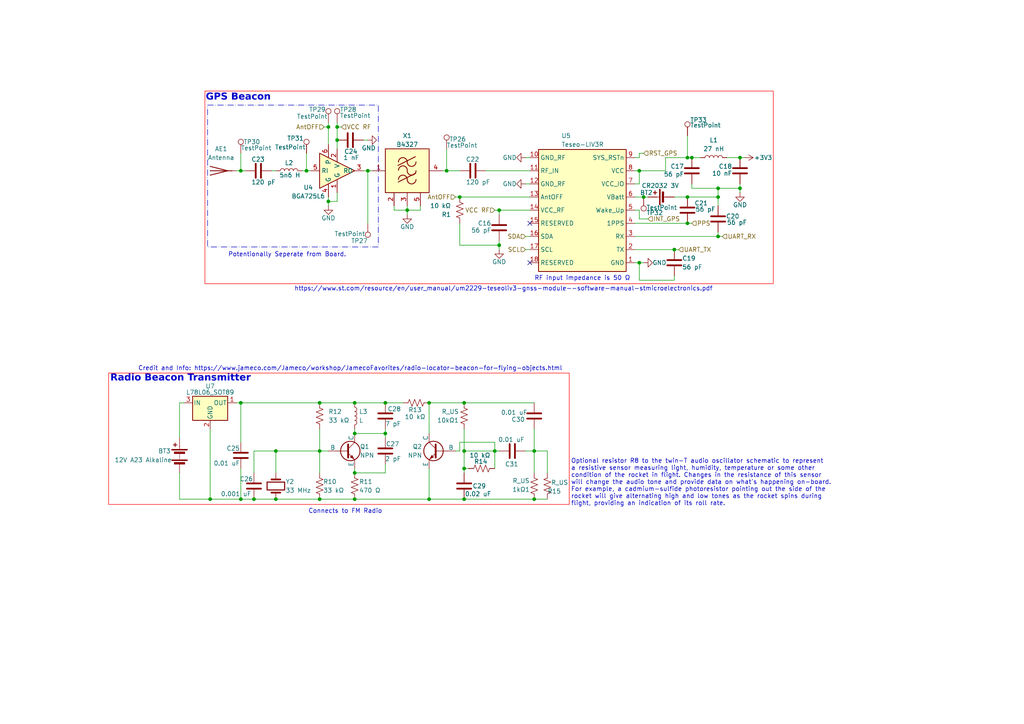
<source format=kicad_sch>
(kicad_sch
	(version 20231120)
	(generator "eeschema")
	(generator_version "8.0")
	(uuid "403e44c3-b0f5-41ac-9321-d44d9eaf8694")
	(paper "A4")
	(lib_symbols
		(symbol "Connector:TestPoint"
			(pin_numbers hide)
			(pin_names
				(offset 0.762) hide)
			(exclude_from_sim no)
			(in_bom yes)
			(on_board yes)
			(property "Reference" "TP"
				(at 0 6.858 0)
				(effects
					(font
						(size 1.27 1.27)
					)
				)
			)
			(property "Value" "TestPoint"
				(at 0 5.08 0)
				(effects
					(font
						(size 1.27 1.27)
					)
				)
			)
			(property "Footprint" ""
				(at 5.08 0 0)
				(effects
					(font
						(size 1.27 1.27)
					)
					(hide yes)
				)
			)
			(property "Datasheet" "~"
				(at 5.08 0 0)
				(effects
					(font
						(size 1.27 1.27)
					)
					(hide yes)
				)
			)
			(property "Description" "test point"
				(at 0 0 0)
				(effects
					(font
						(size 1.27 1.27)
					)
					(hide yes)
				)
			)
			(property "ki_keywords" "test point tp"
				(at 0 0 0)
				(effects
					(font
						(size 1.27 1.27)
					)
					(hide yes)
				)
			)
			(property "ki_fp_filters" "Pin* Test*"
				(at 0 0 0)
				(effects
					(font
						(size 1.27 1.27)
					)
					(hide yes)
				)
			)
			(symbol "TestPoint_0_1"
				(circle
					(center 0 3.302)
					(radius 0.762)
					(stroke
						(width 0)
						(type default)
					)
					(fill
						(type none)
					)
				)
			)
			(symbol "TestPoint_1_1"
				(pin passive line
					(at 0 0 90)
					(length 2.54)
					(name "1"
						(effects
							(font
								(size 1.27 1.27)
							)
						)
					)
					(number "1"
						(effects
							(font
								(size 1.27 1.27)
							)
						)
					)
				)
			)
		)
		(symbol "Device:Antenna"
			(pin_numbers hide)
			(pin_names
				(offset 1.016) hide)
			(exclude_from_sim no)
			(in_bom yes)
			(on_board yes)
			(property "Reference" "AE"
				(at -1.905 1.905 0)
				(effects
					(font
						(size 1.27 1.27)
					)
					(justify right)
				)
			)
			(property "Value" "Antenna"
				(at -1.905 0 0)
				(effects
					(font
						(size 1.27 1.27)
					)
					(justify right)
				)
			)
			(property "Footprint" ""
				(at 0 0 0)
				(effects
					(font
						(size 1.27 1.27)
					)
					(hide yes)
				)
			)
			(property "Datasheet" "~"
				(at 0 0 0)
				(effects
					(font
						(size 1.27 1.27)
					)
					(hide yes)
				)
			)
			(property "Description" "Antenna"
				(at 0 0 0)
				(effects
					(font
						(size 1.27 1.27)
					)
					(hide yes)
				)
			)
			(property "ki_keywords" "antenna"
				(at 0 0 0)
				(effects
					(font
						(size 1.27 1.27)
					)
					(hide yes)
				)
			)
			(symbol "Antenna_0_1"
				(polyline
					(pts
						(xy 0 2.54) (xy 0 -3.81)
					)
					(stroke
						(width 0.254)
						(type default)
					)
					(fill
						(type none)
					)
				)
				(polyline
					(pts
						(xy 1.27 2.54) (xy 0 -2.54) (xy -1.27 2.54)
					)
					(stroke
						(width 0.254)
						(type default)
					)
					(fill
						(type none)
					)
				)
			)
			(symbol "Antenna_1_1"
				(pin input line
					(at 0 -5.08 90)
					(length 2.54)
					(name "A"
						(effects
							(font
								(size 1.27 1.27)
							)
						)
					)
					(number "1"
						(effects
							(font
								(size 1.27 1.27)
							)
						)
					)
				)
			)
		)
		(symbol "Device:Battery"
			(pin_numbers hide)
			(pin_names
				(offset 0) hide)
			(exclude_from_sim no)
			(in_bom yes)
			(on_board yes)
			(property "Reference" "BT"
				(at 2.54 2.54 0)
				(effects
					(font
						(size 1.27 1.27)
					)
					(justify left)
				)
			)
			(property "Value" "Battery"
				(at 2.54 0 0)
				(effects
					(font
						(size 1.27 1.27)
					)
					(justify left)
				)
			)
			(property "Footprint" ""
				(at 0 1.524 90)
				(effects
					(font
						(size 1.27 1.27)
					)
					(hide yes)
				)
			)
			(property "Datasheet" "~"
				(at 0 1.524 90)
				(effects
					(font
						(size 1.27 1.27)
					)
					(hide yes)
				)
			)
			(property "Description" "Multiple-cell battery"
				(at 0 0 0)
				(effects
					(font
						(size 1.27 1.27)
					)
					(hide yes)
				)
			)
			(property "ki_keywords" "batt voltage-source cell"
				(at 0 0 0)
				(effects
					(font
						(size 1.27 1.27)
					)
					(hide yes)
				)
			)
			(symbol "Battery_0_1"
				(rectangle
					(start -2.286 -1.27)
					(end 2.286 -1.524)
					(stroke
						(width 0)
						(type default)
					)
					(fill
						(type outline)
					)
				)
				(rectangle
					(start -2.286 1.778)
					(end 2.286 1.524)
					(stroke
						(width 0)
						(type default)
					)
					(fill
						(type outline)
					)
				)
				(rectangle
					(start -1.524 -2.032)
					(end 1.524 -2.54)
					(stroke
						(width 0)
						(type default)
					)
					(fill
						(type outline)
					)
				)
				(rectangle
					(start -1.524 1.016)
					(end 1.524 0.508)
					(stroke
						(width 0)
						(type default)
					)
					(fill
						(type outline)
					)
				)
				(polyline
					(pts
						(xy 0 -1.016) (xy 0 -0.762)
					)
					(stroke
						(width 0)
						(type default)
					)
					(fill
						(type none)
					)
				)
				(polyline
					(pts
						(xy 0 -0.508) (xy 0 -0.254)
					)
					(stroke
						(width 0)
						(type default)
					)
					(fill
						(type none)
					)
				)
				(polyline
					(pts
						(xy 0 0) (xy 0 0.254)
					)
					(stroke
						(width 0)
						(type default)
					)
					(fill
						(type none)
					)
				)
				(polyline
					(pts
						(xy 0 1.778) (xy 0 2.54)
					)
					(stroke
						(width 0)
						(type default)
					)
					(fill
						(type none)
					)
				)
				(polyline
					(pts
						(xy 0.762 3.048) (xy 1.778 3.048)
					)
					(stroke
						(width 0.254)
						(type default)
					)
					(fill
						(type none)
					)
				)
				(polyline
					(pts
						(xy 1.27 3.556) (xy 1.27 2.54)
					)
					(stroke
						(width 0.254)
						(type default)
					)
					(fill
						(type none)
					)
				)
			)
			(symbol "Battery_1_1"
				(pin passive line
					(at 0 5.08 270)
					(length 2.54)
					(name "+"
						(effects
							(font
								(size 1.27 1.27)
							)
						)
					)
					(number "1"
						(effects
							(font
								(size 1.27 1.27)
							)
						)
					)
				)
				(pin passive line
					(at 0 -5.08 90)
					(length 2.54)
					(name "-"
						(effects
							(font
								(size 1.27 1.27)
							)
						)
					)
					(number "2"
						(effects
							(font
								(size 1.27 1.27)
							)
						)
					)
				)
			)
		)
		(symbol "Device:Battery_Cell"
			(pin_numbers hide)
			(pin_names
				(offset 0) hide)
			(exclude_from_sim no)
			(in_bom yes)
			(on_board yes)
			(property "Reference" "BT"
				(at 2.54 2.54 0)
				(effects
					(font
						(size 1.27 1.27)
					)
					(justify left)
				)
			)
			(property "Value" "Battery_Cell"
				(at 2.54 0 0)
				(effects
					(font
						(size 1.27 1.27)
					)
					(justify left)
				)
			)
			(property "Footprint" ""
				(at 0 1.524 90)
				(effects
					(font
						(size 1.27 1.27)
					)
					(hide yes)
				)
			)
			(property "Datasheet" "~"
				(at 0 1.524 90)
				(effects
					(font
						(size 1.27 1.27)
					)
					(hide yes)
				)
			)
			(property "Description" "Single-cell battery"
				(at 0 0 0)
				(effects
					(font
						(size 1.27 1.27)
					)
					(hide yes)
				)
			)
			(property "ki_keywords" "battery cell"
				(at 0 0 0)
				(effects
					(font
						(size 1.27 1.27)
					)
					(hide yes)
				)
			)
			(symbol "Battery_Cell_0_1"
				(rectangle
					(start -2.286 1.778)
					(end 2.286 1.524)
					(stroke
						(width 0)
						(type default)
					)
					(fill
						(type outline)
					)
				)
				(rectangle
					(start -1.524 1.016)
					(end 1.524 0.508)
					(stroke
						(width 0)
						(type default)
					)
					(fill
						(type outline)
					)
				)
				(polyline
					(pts
						(xy 0 0.762) (xy 0 0)
					)
					(stroke
						(width 0)
						(type default)
					)
					(fill
						(type none)
					)
				)
				(polyline
					(pts
						(xy 0 1.778) (xy 0 2.54)
					)
					(stroke
						(width 0)
						(type default)
					)
					(fill
						(type none)
					)
				)
				(polyline
					(pts
						(xy 0.762 3.048) (xy 1.778 3.048)
					)
					(stroke
						(width 0.254)
						(type default)
					)
					(fill
						(type none)
					)
				)
				(polyline
					(pts
						(xy 1.27 3.556) (xy 1.27 2.54)
					)
					(stroke
						(width 0.254)
						(type default)
					)
					(fill
						(type none)
					)
				)
			)
			(symbol "Battery_Cell_1_1"
				(pin passive line
					(at 0 5.08 270)
					(length 2.54)
					(name "+"
						(effects
							(font
								(size 1.27 1.27)
							)
						)
					)
					(number "1"
						(effects
							(font
								(size 1.27 1.27)
							)
						)
					)
				)
				(pin passive line
					(at 0 -2.54 90)
					(length 2.54)
					(name "-"
						(effects
							(font
								(size 1.27 1.27)
							)
						)
					)
					(number "2"
						(effects
							(font
								(size 1.27 1.27)
							)
						)
					)
				)
			)
		)
		(symbol "Device:C"
			(pin_numbers hide)
			(pin_names
				(offset 0.254)
			)
			(exclude_from_sim no)
			(in_bom yes)
			(on_board yes)
			(property "Reference" "C"
				(at 0.635 2.54 0)
				(effects
					(font
						(size 1.27 1.27)
					)
					(justify left)
				)
			)
			(property "Value" "C"
				(at 0.635 -2.54 0)
				(effects
					(font
						(size 1.27 1.27)
					)
					(justify left)
				)
			)
			(property "Footprint" ""
				(at 0.9652 -3.81 0)
				(effects
					(font
						(size 1.27 1.27)
					)
					(hide yes)
				)
			)
			(property "Datasheet" "~"
				(at 0 0 0)
				(effects
					(font
						(size 1.27 1.27)
					)
					(hide yes)
				)
			)
			(property "Description" "Unpolarized capacitor"
				(at 0 0 0)
				(effects
					(font
						(size 1.27 1.27)
					)
					(hide yes)
				)
			)
			(property "ki_keywords" "cap capacitor"
				(at 0 0 0)
				(effects
					(font
						(size 1.27 1.27)
					)
					(hide yes)
				)
			)
			(property "ki_fp_filters" "C_*"
				(at 0 0 0)
				(effects
					(font
						(size 1.27 1.27)
					)
					(hide yes)
				)
			)
			(symbol "C_0_1"
				(polyline
					(pts
						(xy -2.032 -0.762) (xy 2.032 -0.762)
					)
					(stroke
						(width 0.508)
						(type default)
					)
					(fill
						(type none)
					)
				)
				(polyline
					(pts
						(xy -2.032 0.762) (xy 2.032 0.762)
					)
					(stroke
						(width 0.508)
						(type default)
					)
					(fill
						(type none)
					)
				)
			)
			(symbol "C_1_1"
				(pin passive line
					(at 0 3.81 270)
					(length 2.794)
					(name "~"
						(effects
							(font
								(size 1.27 1.27)
							)
						)
					)
					(number "1"
						(effects
							(font
								(size 1.27 1.27)
							)
						)
					)
				)
				(pin passive line
					(at 0 -3.81 90)
					(length 2.794)
					(name "~"
						(effects
							(font
								(size 1.27 1.27)
							)
						)
					)
					(number "2"
						(effects
							(font
								(size 1.27 1.27)
							)
						)
					)
				)
			)
		)
		(symbol "Device:Crystal"
			(pin_numbers hide)
			(pin_names
				(offset 1.016) hide)
			(exclude_from_sim no)
			(in_bom yes)
			(on_board yes)
			(property "Reference" "Y"
				(at 0 3.81 0)
				(effects
					(font
						(size 1.27 1.27)
					)
				)
			)
			(property "Value" "Crystal"
				(at 0 -3.81 0)
				(effects
					(font
						(size 1.27 1.27)
					)
				)
			)
			(property "Footprint" ""
				(at 0 0 0)
				(effects
					(font
						(size 1.27 1.27)
					)
					(hide yes)
				)
			)
			(property "Datasheet" "~"
				(at 0 0 0)
				(effects
					(font
						(size 1.27 1.27)
					)
					(hide yes)
				)
			)
			(property "Description" "Two pin crystal"
				(at 0 0 0)
				(effects
					(font
						(size 1.27 1.27)
					)
					(hide yes)
				)
			)
			(property "ki_keywords" "quartz ceramic resonator oscillator"
				(at 0 0 0)
				(effects
					(font
						(size 1.27 1.27)
					)
					(hide yes)
				)
			)
			(property "ki_fp_filters" "Crystal*"
				(at 0 0 0)
				(effects
					(font
						(size 1.27 1.27)
					)
					(hide yes)
				)
			)
			(symbol "Crystal_0_1"
				(rectangle
					(start -1.143 2.54)
					(end 1.143 -2.54)
					(stroke
						(width 0.3048)
						(type default)
					)
					(fill
						(type none)
					)
				)
				(polyline
					(pts
						(xy -2.54 0) (xy -1.905 0)
					)
					(stroke
						(width 0)
						(type default)
					)
					(fill
						(type none)
					)
				)
				(polyline
					(pts
						(xy -1.905 -1.27) (xy -1.905 1.27)
					)
					(stroke
						(width 0.508)
						(type default)
					)
					(fill
						(type none)
					)
				)
				(polyline
					(pts
						(xy 1.905 -1.27) (xy 1.905 1.27)
					)
					(stroke
						(width 0.508)
						(type default)
					)
					(fill
						(type none)
					)
				)
				(polyline
					(pts
						(xy 2.54 0) (xy 1.905 0)
					)
					(stroke
						(width 0)
						(type default)
					)
					(fill
						(type none)
					)
				)
			)
			(symbol "Crystal_1_1"
				(pin passive line
					(at -3.81 0 0)
					(length 1.27)
					(name "1"
						(effects
							(font
								(size 1.27 1.27)
							)
						)
					)
					(number "1"
						(effects
							(font
								(size 1.27 1.27)
							)
						)
					)
				)
				(pin passive line
					(at 3.81 0 180)
					(length 1.27)
					(name "2"
						(effects
							(font
								(size 1.27 1.27)
							)
						)
					)
					(number "2"
						(effects
							(font
								(size 1.27 1.27)
							)
						)
					)
				)
			)
		)
		(symbol "Device:L"
			(pin_numbers hide)
			(pin_names
				(offset 1.016) hide)
			(exclude_from_sim no)
			(in_bom yes)
			(on_board yes)
			(property "Reference" "L"
				(at -1.27 0 90)
				(effects
					(font
						(size 1.27 1.27)
					)
				)
			)
			(property "Value" "L"
				(at 1.905 0 90)
				(effects
					(font
						(size 1.27 1.27)
					)
				)
			)
			(property "Footprint" ""
				(at 0 0 0)
				(effects
					(font
						(size 1.27 1.27)
					)
					(hide yes)
				)
			)
			(property "Datasheet" "~"
				(at 0 0 0)
				(effects
					(font
						(size 1.27 1.27)
					)
					(hide yes)
				)
			)
			(property "Description" "Inductor"
				(at 0 0 0)
				(effects
					(font
						(size 1.27 1.27)
					)
					(hide yes)
				)
			)
			(property "ki_keywords" "inductor choke coil reactor magnetic"
				(at 0 0 0)
				(effects
					(font
						(size 1.27 1.27)
					)
					(hide yes)
				)
			)
			(property "ki_fp_filters" "Choke_* *Coil* Inductor_* L_*"
				(at 0 0 0)
				(effects
					(font
						(size 1.27 1.27)
					)
					(hide yes)
				)
			)
			(symbol "L_0_1"
				(arc
					(start 0 -2.54)
					(mid 0.6323 -1.905)
					(end 0 -1.27)
					(stroke
						(width 0)
						(type default)
					)
					(fill
						(type none)
					)
				)
				(arc
					(start 0 -1.27)
					(mid 0.6323 -0.635)
					(end 0 0)
					(stroke
						(width 0)
						(type default)
					)
					(fill
						(type none)
					)
				)
				(arc
					(start 0 0)
					(mid 0.6323 0.635)
					(end 0 1.27)
					(stroke
						(width 0)
						(type default)
					)
					(fill
						(type none)
					)
				)
				(arc
					(start 0 1.27)
					(mid 0.6323 1.905)
					(end 0 2.54)
					(stroke
						(width 0)
						(type default)
					)
					(fill
						(type none)
					)
				)
			)
			(symbol "L_1_1"
				(pin passive line
					(at 0 3.81 270)
					(length 1.27)
					(name "1"
						(effects
							(font
								(size 1.27 1.27)
							)
						)
					)
					(number "1"
						(effects
							(font
								(size 1.27 1.27)
							)
						)
					)
				)
				(pin passive line
					(at 0 -3.81 90)
					(length 1.27)
					(name "2"
						(effects
							(font
								(size 1.27 1.27)
							)
						)
					)
					(number "2"
						(effects
							(font
								(size 1.27 1.27)
							)
						)
					)
				)
			)
		)
		(symbol "Device:R_US"
			(pin_numbers hide)
			(pin_names
				(offset 0)
			)
			(exclude_from_sim no)
			(in_bom yes)
			(on_board yes)
			(property "Reference" "R"
				(at 2.54 0 90)
				(effects
					(font
						(size 1.27 1.27)
					)
				)
			)
			(property "Value" "R_US"
				(at -2.54 0 90)
				(effects
					(font
						(size 1.27 1.27)
					)
				)
			)
			(property "Footprint" ""
				(at 1.016 -0.254 90)
				(effects
					(font
						(size 1.27 1.27)
					)
					(hide yes)
				)
			)
			(property "Datasheet" "~"
				(at 0 0 0)
				(effects
					(font
						(size 1.27 1.27)
					)
					(hide yes)
				)
			)
			(property "Description" "Resistor, US symbol"
				(at 0 0 0)
				(effects
					(font
						(size 1.27 1.27)
					)
					(hide yes)
				)
			)
			(property "ki_keywords" "R res resistor"
				(at 0 0 0)
				(effects
					(font
						(size 1.27 1.27)
					)
					(hide yes)
				)
			)
			(property "ki_fp_filters" "R_*"
				(at 0 0 0)
				(effects
					(font
						(size 1.27 1.27)
					)
					(hide yes)
				)
			)
			(symbol "R_US_0_1"
				(polyline
					(pts
						(xy 0 -2.286) (xy 0 -2.54)
					)
					(stroke
						(width 0)
						(type default)
					)
					(fill
						(type none)
					)
				)
				(polyline
					(pts
						(xy 0 2.286) (xy 0 2.54)
					)
					(stroke
						(width 0)
						(type default)
					)
					(fill
						(type none)
					)
				)
				(polyline
					(pts
						(xy 0 -0.762) (xy 1.016 -1.143) (xy 0 -1.524) (xy -1.016 -1.905) (xy 0 -2.286)
					)
					(stroke
						(width 0)
						(type default)
					)
					(fill
						(type none)
					)
				)
				(polyline
					(pts
						(xy 0 0.762) (xy 1.016 0.381) (xy 0 0) (xy -1.016 -0.381) (xy 0 -0.762)
					)
					(stroke
						(width 0)
						(type default)
					)
					(fill
						(type none)
					)
				)
				(polyline
					(pts
						(xy 0 2.286) (xy 1.016 1.905) (xy 0 1.524) (xy -1.016 1.143) (xy 0 0.762)
					)
					(stroke
						(width 0)
						(type default)
					)
					(fill
						(type none)
					)
				)
			)
			(symbol "R_US_1_1"
				(pin passive line
					(at 0 3.81 270)
					(length 1.27)
					(name "~"
						(effects
							(font
								(size 1.27 1.27)
							)
						)
					)
					(number "1"
						(effects
							(font
								(size 1.27 1.27)
							)
						)
					)
				)
				(pin passive line
					(at 0 -3.81 90)
					(length 1.27)
					(name "~"
						(effects
							(font
								(size 1.27 1.27)
							)
						)
					)
					(number "2"
						(effects
							(font
								(size 1.27 1.27)
							)
						)
					)
				)
			)
		)
		(symbol "RF_Amplifier:BGA2874"
			(exclude_from_sim no)
			(in_bom yes)
			(on_board yes)
			(property "Reference" "U4"
				(at -8.382 -4.826 0)
				(effects
					(font
						(size 1.27 1.27)
					)
				)
			)
			(property "Value" "BGA725L6"
				(at -8.382 -7.366 0)
				(effects
					(font
						(size 1.27 1.27)
					)
				)
			)
			(property "Footprint" "Package_TO_SOT_SMD:SOT-363_SC-70-6"
				(at -1.524 -19.812 0)
				(effects
					(font
						(size 1.27 1.27)
					)
					(hide yes)
				)
			)
			(property "Datasheet" "https://www.nxp.com/docs/en/data-sheet/BGA2874.pdf"
				(at 0 21.082 0)
				(effects
					(font
						(size 1.27 1.27)
					)
					(hide yes)
				)
			)
			(property "Description" "MMIC wideband amplifier, DC-2.2GHz, +31dB @ 750MHz, 2.5V, SOT-363"
				(at 1.016 25.654 0)
				(effects
					(font
						(size 1.27 1.27)
					)
					(hide yes)
				)
			)
			(property "ki_keywords" "RF GAIN BLOCK"
				(at 0 0 0)
				(effects
					(font
						(size 1.27 1.27)
					)
					(hide yes)
				)
			)
			(property "ki_fp_filters" "SOT*363*"
				(at 0 0 0)
				(effects
					(font
						(size 1.27 1.27)
					)
					(hide yes)
				)
			)
			(symbol "BGA2874_0_1"
				(polyline
					(pts
						(xy 5.08 0) (xy -5.08 5.08) (xy -5.08 -5.08) (xy 5.08 0)
					)
					(stroke
						(width 0.254)
						(type default)
					)
					(fill
						(type background)
					)
				)
			)
			(symbol "BGA2874_1_1"
				(pin passive line
					(at 0 -6.35 90)
					(length 3.81)
					(name "G"
						(effects
							(font
								(size 1.27 1.27)
							)
						)
					)
					(number "1"
						(effects
							(font
								(size 1.27 1.27)
							)
						)
					)
				)
				(pin power_in line
					(at 0 6.35 270)
					(length 3.81)
					(name "V"
						(effects
							(font
								(size 1.27 1.27)
							)
						)
					)
					(number "2"
						(effects
							(font
								(size 1.27 1.27)
							)
						)
					)
				)
				(pin output line
					(at 7.62 0 180)
					(length 2.54)
					(name "RO"
						(effects
							(font
								(size 1.27 1.27)
							)
						)
					)
					(number "3"
						(effects
							(font
								(size 1.27 1.27)
							)
						)
					)
				)
				(pin power_in line
					(at -2.54 -7.62 90)
					(length 3.81)
					(name "G"
						(effects
							(font
								(size 1.27 1.27)
							)
						)
					)
					(number "4"
						(effects
							(font
								(size 1.27 1.27)
							)
						)
					)
				)
				(pin input line
					(at -7.62 0 0)
					(length 2.54)
					(name "RI"
						(effects
							(font
								(size 1.27 1.27)
							)
						)
					)
					(number "5"
						(effects
							(font
								(size 1.27 1.27)
							)
						)
					)
				)
				(pin power_in line
					(at -2.54 7.62 270)
					(length 3.81)
					(name "P"
						(effects
							(font
								(size 1.27 1.27)
							)
						)
					)
					(number "6"
						(effects
							(font
								(size 1.27 1.27)
							)
						)
					)
				)
			)
		)
		(symbol "RF_Filter:B3715"
			(pin_names hide)
			(exclude_from_sim no)
			(in_bom yes)
			(on_board yes)
			(property "Reference" "X1"
				(at 0 10.16 0)
				(effects
					(font
						(size 1.27 1.27)
					)
				)
			)
			(property "Value" "B4327"
				(at 0 7.62 0)
				(effects
					(font
						(size 1.27 1.27)
					)
				)
			)
			(property "Footprint" "Filter:Filter_SAW_Epcos_DCC6C_3x3mm"
				(at 0.762 19.304 0)
				(effects
					(font
						(size 1.27 1.27)
					)
					(hide yes)
				)
			)
			(property "Datasheet" "https://www.mouser.de/datasheet/2/842/epcos16633_1-2300371.pdf"
				(at 1.524 14.732 0)
				(effects
					(font
						(size 1.27 1.27)
					)
					(hide yes)
				)
			)
			(property "Description" "Bandpass Filter, 869MHz, SAW filter 6-pin"
				(at 0 17.018 0)
				(effects
					(font
						(size 1.27 1.27)
					)
					(hide yes)
				)
			)
			(property "ki_keywords" "SAW Filter 869 bandpass"
				(at 0 0 0)
				(effects
					(font
						(size 1.27 1.27)
					)
					(hide yes)
				)
			)
			(property "ki_fp_filters" "Filter*SAW*DCC6C*3x3mm*"
				(at 0 0 0)
				(effects
					(font
						(size 1.27 1.27)
					)
					(hide yes)
				)
			)
			(symbol "B3715_1_1"
				(rectangle
					(start -6.35 6.35)
					(end 6.35 -6.35)
					(stroke
						(width 0.254)
						(type default)
					)
					(fill
						(type background)
					)
				)
				(arc
					(start 0 -2.54)
					(mid -1.27 -1.2755)
					(end -2.54 -2.54)
					(stroke
						(width 0.254)
						(type default)
					)
					(fill
						(type none)
					)
				)
				(arc
					(start 0 -2.54)
					(mid 1.27 -3.8045)
					(end 2.54 -2.54)
					(stroke
						(width 0.254)
						(type default)
					)
					(fill
						(type none)
					)
				)
				(polyline
					(pts
						(xy -2.7 1.55) (xy 2.38 4.09)
					)
					(stroke
						(width 0.254)
						(type default)
					)
					(fill
						(type none)
					)
				)
				(polyline
					(pts
						(xy -2.6 -3.25) (xy 2.48 -0.71)
					)
					(stroke
						(width 0.254)
						(type default)
					)
					(fill
						(type none)
					)
				)
				(arc
					(start 0 0)
					(mid 1.27 -1.2645)
					(end 2.54 0)
					(stroke
						(width 0.254)
						(type default)
					)
					(fill
						(type none)
					)
				)
				(arc
					(start 0 2.54)
					(mid -1.27 3.8045)
					(end -2.54 2.54)
					(stroke
						(width 0.254)
						(type default)
					)
					(fill
						(type none)
					)
				)
				(arc
					(start 0 2.54)
					(mid 1.27 1.2755)
					(end 2.54 2.54)
					(stroke
						(width 0.254)
						(type default)
					)
					(fill
						(type none)
					)
				)
				(arc
					(start 0.02 0.1555)
					(mid -1.25 1.42)
					(end -2.52 0.1555)
					(stroke
						(width 0.254)
						(type default)
					)
					(fill
						(type none)
					)
				)
				(pin input line
					(at -10.16 0 0)
					(length 3.81)
					(name "IN"
						(effects
							(font
								(size 1.27 1.27)
							)
						)
					)
					(number "1"
						(effects
							(font
								(size 1.27 1.27)
							)
						)
					)
				)
				(pin power_in line
					(at -3.81 -10.16 90)
					(length 3.81)
					(name "GND"
						(effects
							(font
								(size 1.27 1.27)
							)
						)
					)
					(number "2"
						(effects
							(font
								(size 1.27 1.27)
							)
						)
					)
				)
				(pin passive line
					(at 0 -10.16 90)
					(length 3.81)
					(name "GND"
						(effects
							(font
								(size 1.27 1.27)
							)
						)
					)
					(number "3"
						(effects
							(font
								(size 1.27 1.27)
							)
						)
					)
				)
				(pin output line
					(at 10.16 0 180)
					(length 3.81)
					(name "OUT"
						(effects
							(font
								(size 1.27 1.27)
							)
						)
					)
					(number "4"
						(effects
							(font
								(size 1.27 1.27)
							)
						)
					)
				)
				(pin passive line
					(at 3.81 -10.16 90)
					(length 3.81)
					(name "GND"
						(effects
							(font
								(size 1.27 1.27)
							)
						)
					)
					(number "5"
						(effects
							(font
								(size 1.27 1.27)
							)
						)
					)
				)
			)
		)
		(symbol "RF_GPS:MAX-M10S"
			(exclude_from_sim no)
			(in_bom yes)
			(on_board yes)
			(property "Reference" "U5"
				(at -6.096 24.13 0)
				(effects
					(font
						(size 1.27 1.27)
					)
					(justify left)
				)
			)
			(property "Value" "Teseo-LIV3R"
				(at -6.096 21.59 0)
				(effects
					(font
						(size 1.27 1.27)
					)
					(justify left)
				)
			)
			(property "Footprint" "RF_GPS:ublox_MAX"
				(at -0.254 -16.764 0)
				(effects
					(font
						(size 1.27 1.27)
					)
					(hide yes)
				)
			)
			(property "Datasheet" "https://www.st.com/resource/en/datasheet/teseo-liv3r.pdf"
				(at 5.08 34.798 0)
				(effects
					(font
						(size 1.27 1.27)
					)
					(hide yes)
				)
			)
			(property "Description" "GNSS Module Teseo-LIV3R, VCC 2.1V to 4.3V"
				(at 3.556 36.83 0)
				(effects
					(font
						(size 1.27 1.27)
					)
					(hide yes)
				)
			)
			(property "ki_keywords" "ublox GPS GNSS module"
				(at 0 0 0)
				(effects
					(font
						(size 1.27 1.27)
					)
					(hide yes)
				)
			)
			(property "ki_fp_filters" "ublox?MAX*"
				(at 0 0 0)
				(effects
					(font
						(size 1.27 1.27)
					)
					(hide yes)
				)
			)
			(symbol "MAX-M10S_0_1"
				(rectangle
					(start -12.7 20.15)
					(end 12.7 -15.24)
					(stroke
						(width 0.254)
						(type default)
					)
					(fill
						(type background)
					)
				)
			)
			(symbol "MAX-M10S_1_1"
				(pin power_in line
					(at 15.24 -12.7 180)
					(length 2.54)
					(name "GND"
						(effects
							(font
								(size 1.27 1.27)
							)
						)
					)
					(number "1"
						(effects
							(font
								(size 1.27 1.27)
							)
						)
					)
				)
				(pin input line
					(at -15.24 17.78 0)
					(length 2.54)
					(name "GND_RF"
						(effects
							(font
								(size 1.27 1.27)
							)
						)
					)
					(number "10"
						(effects
							(font
								(size 1.27 1.27)
							)
						)
					)
				)
				(pin input line
					(at -15.24 13.97 0)
					(length 2.54)
					(name "RF_IN"
						(effects
							(font
								(size 1.27 1.27)
							)
						)
					)
					(number "11"
						(effects
							(font
								(size 1.27 1.27)
							)
						)
					)
				)
				(pin input line
					(at -15.24 10.16 0)
					(length 2.54)
					(name "GND_RF"
						(effects
							(font
								(size 1.27 1.27)
							)
						)
					)
					(number "12"
						(effects
							(font
								(size 1.27 1.27)
							)
						)
					)
				)
				(pin output line
					(at -15.24 6.35 0)
					(length 2.54)
					(name "AntOFF"
						(effects
							(font
								(size 1.27 1.27)
							)
						)
					)
					(number "13"
						(effects
							(font
								(size 1.27 1.27)
							)
						)
					)
				)
				(pin input line
					(at -15.24 2.54 0)
					(length 2.54)
					(name "VCC_RF"
						(effects
							(font
								(size 1.27 1.27)
							)
						)
					)
					(number "14"
						(effects
							(font
								(size 1.27 1.27)
							)
						)
					)
				)
				(pin input line
					(at -15.24 -1.27 0)
					(length 2.54)
					(name "RESERVED"
						(effects
							(font
								(size 1.27 1.27)
							)
						)
					)
					(number "15"
						(effects
							(font
								(size 1.27 1.27)
							)
						)
					)
				)
				(pin bidirectional line
					(at -15.24 -5.08 0)
					(length 2.54)
					(name "SDA"
						(effects
							(font
								(size 1.27 1.27)
							)
						)
					)
					(number "16"
						(effects
							(font
								(size 1.27 1.27)
							)
						)
					)
				)
				(pin input line
					(at -15.24 -8.89 0)
					(length 2.54)
					(name "SCL"
						(effects
							(font
								(size 1.27 1.27)
							)
						)
					)
					(number "17"
						(effects
							(font
								(size 1.27 1.27)
							)
						)
					)
				)
				(pin input line
					(at -15.24 -12.7 0)
					(length 2.54)
					(name "RESERVED"
						(effects
							(font
								(size 1.27 1.27)
							)
						)
					)
					(number "18"
						(effects
							(font
								(size 1.27 1.27)
							)
						)
					)
				)
				(pin output line
					(at 15.24 -8.89 180)
					(length 2.54)
					(name "TX"
						(effects
							(font
								(size 1.27 1.27)
							)
						)
					)
					(number "2"
						(effects
							(font
								(size 1.27 1.27)
							)
						)
					)
				)
				(pin input line
					(at 15.24 -5.08 180)
					(length 2.54)
					(name "RX"
						(effects
							(font
								(size 1.27 1.27)
							)
						)
					)
					(number "3"
						(effects
							(font
								(size 1.27 1.27)
							)
						)
					)
				)
				(pin output line
					(at 15.24 -1.27 180)
					(length 2.54)
					(name "1PPS"
						(effects
							(font
								(size 1.27 1.27)
							)
						)
					)
					(number "4"
						(effects
							(font
								(size 1.27 1.27)
							)
						)
					)
				)
				(pin input line
					(at 15.24 2.54 180)
					(length 2.54)
					(name "Wake_Up"
						(effects
							(font
								(size 1.27 1.27)
							)
						)
					)
					(number "5"
						(effects
							(font
								(size 1.27 1.27)
							)
						)
					)
				)
				(pin power_in line
					(at 15.24 6.35 180)
					(length 2.54)
					(name "VBatt"
						(effects
							(font
								(size 1.27 1.27)
							)
						)
					)
					(number "6"
						(effects
							(font
								(size 1.27 1.27)
							)
						)
					)
				)
				(pin power_in line
					(at 15.24 10.16 180)
					(length 2.54)
					(name "VCC_IO"
						(effects
							(font
								(size 1.27 1.27)
							)
						)
					)
					(number "7"
						(effects
							(font
								(size 1.27 1.27)
							)
						)
					)
				)
				(pin power_in line
					(at 15.24 13.97 180)
					(length 2.54)
					(name "VCC"
						(effects
							(font
								(size 1.27 1.27)
							)
						)
					)
					(number "8"
						(effects
							(font
								(size 1.27 1.27)
							)
						)
					)
				)
				(pin input line
					(at 15.24 17.78 180)
					(length 2.54)
					(name "SYS_RSTn"
						(effects
							(font
								(size 1.27 1.27)
							)
						)
					)
					(number "9"
						(effects
							(font
								(size 1.27 1.27)
							)
						)
					)
				)
			)
		)
		(symbol "Regulator_Linear:L78L06_SOT89"
			(pin_names
				(offset 0.254)
			)
			(exclude_from_sim no)
			(in_bom yes)
			(on_board yes)
			(property "Reference" "U"
				(at -3.81 3.175 0)
				(effects
					(font
						(size 1.27 1.27)
					)
				)
			)
			(property "Value" "L78L06_SOT89"
				(at -0.635 3.175 0)
				(effects
					(font
						(size 1.27 1.27)
					)
					(justify left)
				)
			)
			(property "Footprint" "Package_TO_SOT_SMD:SOT-89-3"
				(at 0 5.08 0)
				(effects
					(font
						(size 1.27 1.27)
						(italic yes)
					)
					(hide yes)
				)
			)
			(property "Datasheet" "http://www.st.com/content/ccc/resource/technical/document/datasheet/15/55/e5/aa/23/5b/43/fd/CD00000446.pdf/files/CD00000446.pdf/jcr:content/translations/en.CD00000446.pdf"
				(at 0 -1.27 0)
				(effects
					(font
						(size 1.27 1.27)
					)
					(hide yes)
				)
			)
			(property "Description" "Positive 100mA 30V Linear Regulator, Fixed Output 6V, SOT-89"
				(at 0 0 0)
				(effects
					(font
						(size 1.27 1.27)
					)
					(hide yes)
				)
			)
			(property "ki_keywords" "Voltage Regulator 100mA Positive"
				(at 0 0 0)
				(effects
					(font
						(size 1.27 1.27)
					)
					(hide yes)
				)
			)
			(property "ki_fp_filters" "SOT?89*"
				(at 0 0 0)
				(effects
					(font
						(size 1.27 1.27)
					)
					(hide yes)
				)
			)
			(symbol "L78L06_SOT89_0_1"
				(rectangle
					(start -5.08 1.905)
					(end 5.08 -5.08)
					(stroke
						(width 0.254)
						(type default)
					)
					(fill
						(type background)
					)
				)
			)
			(symbol "L78L06_SOT89_1_1"
				(pin power_out line
					(at 7.62 0 180)
					(length 2.54)
					(name "OUT"
						(effects
							(font
								(size 1.27 1.27)
							)
						)
					)
					(number "1"
						(effects
							(font
								(size 1.27 1.27)
							)
						)
					)
				)
				(pin power_in line
					(at 0 -7.62 90)
					(length 2.54)
					(name "GND"
						(effects
							(font
								(size 1.27 1.27)
							)
						)
					)
					(number "2"
						(effects
							(font
								(size 1.27 1.27)
							)
						)
					)
				)
				(pin power_in line
					(at -7.62 0 0)
					(length 2.54)
					(name "IN"
						(effects
							(font
								(size 1.27 1.27)
							)
						)
					)
					(number "3"
						(effects
							(font
								(size 1.27 1.27)
							)
						)
					)
				)
			)
		)
		(symbol "Simulation_SPICE:NPN"
			(pin_numbers hide)
			(pin_names
				(offset 0)
			)
			(exclude_from_sim no)
			(in_bom yes)
			(on_board yes)
			(property "Reference" "Q"
				(at -2.54 7.62 0)
				(effects
					(font
						(size 1.27 1.27)
					)
				)
			)
			(property "Value" "NPN"
				(at -2.54 5.08 0)
				(effects
					(font
						(size 1.27 1.27)
					)
				)
			)
			(property "Footprint" ""
				(at 63.5 0 0)
				(effects
					(font
						(size 1.27 1.27)
					)
					(hide yes)
				)
			)
			(property "Datasheet" "https://ngspice.sourceforge.io/docs/ngspice-html-manual/manual.xhtml#cha_BJTs"
				(at 63.5 0 0)
				(effects
					(font
						(size 1.27 1.27)
					)
					(hide yes)
				)
			)
			(property "Description" "Bipolar transistor symbol for simulation only, substrate tied to the emitter"
				(at 0 0 0)
				(effects
					(font
						(size 1.27 1.27)
					)
					(hide yes)
				)
			)
			(property "Sim.Device" "NPN"
				(at 0 0 0)
				(effects
					(font
						(size 1.27 1.27)
					)
					(hide yes)
				)
			)
			(property "Sim.Type" "GUMMELPOON"
				(at 0 0 0)
				(effects
					(font
						(size 1.27 1.27)
					)
					(hide yes)
				)
			)
			(property "Sim.Pins" "1=C 2=B 3=E"
				(at 0 0 0)
				(effects
					(font
						(size 1.27 1.27)
					)
					(hide yes)
				)
			)
			(property "ki_keywords" "simulation"
				(at 0 0 0)
				(effects
					(font
						(size 1.27 1.27)
					)
					(hide yes)
				)
			)
			(symbol "NPN_0_1"
				(polyline
					(pts
						(xy -2.54 0) (xy 0.635 0)
					)
					(stroke
						(width 0.1524)
						(type default)
					)
					(fill
						(type none)
					)
				)
				(polyline
					(pts
						(xy 0.635 0.635) (xy 2.54 2.54)
					)
					(stroke
						(width 0)
						(type default)
					)
					(fill
						(type none)
					)
				)
				(polyline
					(pts
						(xy 2.794 -1.27) (xy 2.794 -1.27)
					)
					(stroke
						(width 0.1524)
						(type default)
					)
					(fill
						(type none)
					)
				)
				(polyline
					(pts
						(xy 2.794 -1.27) (xy 2.794 -1.27)
					)
					(stroke
						(width 0.1524)
						(type default)
					)
					(fill
						(type none)
					)
				)
				(polyline
					(pts
						(xy 0.635 -0.635) (xy 2.54 -2.54) (xy 2.54 -2.54)
					)
					(stroke
						(width 0)
						(type default)
					)
					(fill
						(type none)
					)
				)
				(polyline
					(pts
						(xy 0.635 1.905) (xy 0.635 -1.905) (xy 0.635 -1.905)
					)
					(stroke
						(width 0.508)
						(type default)
					)
					(fill
						(type none)
					)
				)
				(polyline
					(pts
						(xy 1.27 -1.778) (xy 1.778 -1.27) (xy 2.286 -2.286) (xy 1.27 -1.778) (xy 1.27 -1.778)
					)
					(stroke
						(width 0)
						(type default)
					)
					(fill
						(type outline)
					)
				)
				(circle
					(center 1.27 0)
					(radius 2.8194)
					(stroke
						(width 0.254)
						(type default)
					)
					(fill
						(type none)
					)
				)
			)
			(symbol "NPN_1_1"
				(pin open_collector line
					(at 2.54 5.08 270)
					(length 2.54)
					(name "C"
						(effects
							(font
								(size 1.27 1.27)
							)
						)
					)
					(number "1"
						(effects
							(font
								(size 1.27 1.27)
							)
						)
					)
				)
				(pin input line
					(at -5.08 0 0)
					(length 2.54)
					(name "B"
						(effects
							(font
								(size 1.27 1.27)
							)
						)
					)
					(number "2"
						(effects
							(font
								(size 1.27 1.27)
							)
						)
					)
				)
				(pin open_emitter line
					(at 2.54 -5.08 90)
					(length 2.54)
					(name "E"
						(effects
							(font
								(size 1.27 1.27)
							)
						)
					)
					(number "3"
						(effects
							(font
								(size 1.27 1.27)
							)
						)
					)
				)
			)
		)
		(symbol "power:+3V3"
			(power)
			(pin_names
				(offset 0)
			)
			(exclude_from_sim no)
			(in_bom yes)
			(on_board yes)
			(property "Reference" "#PWR"
				(at 0 -3.81 0)
				(effects
					(font
						(size 1.27 1.27)
					)
					(hide yes)
				)
			)
			(property "Value" "+3V3"
				(at 0 3.556 0)
				(effects
					(font
						(size 1.27 1.27)
					)
				)
			)
			(property "Footprint" ""
				(at 0 0 0)
				(effects
					(font
						(size 1.27 1.27)
					)
					(hide yes)
				)
			)
			(property "Datasheet" ""
				(at 0 0 0)
				(effects
					(font
						(size 1.27 1.27)
					)
					(hide yes)
				)
			)
			(property "Description" "Power symbol creates a global label with name \"+3V3\""
				(at 0 0 0)
				(effects
					(font
						(size 1.27 1.27)
					)
					(hide yes)
				)
			)
			(property "ki_keywords" "global power"
				(at 0 0 0)
				(effects
					(font
						(size 1.27 1.27)
					)
					(hide yes)
				)
			)
			(symbol "+3V3_0_1"
				(polyline
					(pts
						(xy -0.762 1.27) (xy 0 2.54)
					)
					(stroke
						(width 0)
						(type default)
					)
					(fill
						(type none)
					)
				)
				(polyline
					(pts
						(xy 0 0) (xy 0 2.54)
					)
					(stroke
						(width 0)
						(type default)
					)
					(fill
						(type none)
					)
				)
				(polyline
					(pts
						(xy 0 2.54) (xy 0.762 1.27)
					)
					(stroke
						(width 0)
						(type default)
					)
					(fill
						(type none)
					)
				)
			)
			(symbol "+3V3_1_1"
				(pin power_in line
					(at 0 0 90)
					(length 0) hide
					(name "+3V3"
						(effects
							(font
								(size 1.27 1.27)
							)
						)
					)
					(number "1"
						(effects
							(font
								(size 1.27 1.27)
							)
						)
					)
				)
			)
		)
		(symbol "power:GND"
			(power)
			(pin_names
				(offset 0)
			)
			(exclude_from_sim no)
			(in_bom yes)
			(on_board yes)
			(property "Reference" "#PWR"
				(at 0 -6.35 0)
				(effects
					(font
						(size 1.27 1.27)
					)
					(hide yes)
				)
			)
			(property "Value" "GND"
				(at 0 -3.81 0)
				(effects
					(font
						(size 1.27 1.27)
					)
				)
			)
			(property "Footprint" ""
				(at 0 0 0)
				(effects
					(font
						(size 1.27 1.27)
					)
					(hide yes)
				)
			)
			(property "Datasheet" ""
				(at 0 0 0)
				(effects
					(font
						(size 1.27 1.27)
					)
					(hide yes)
				)
			)
			(property "Description" "Power symbol creates a global label with name \"GND\" , ground"
				(at 0 0 0)
				(effects
					(font
						(size 1.27 1.27)
					)
					(hide yes)
				)
			)
			(property "ki_keywords" "global power"
				(at 0 0 0)
				(effects
					(font
						(size 1.27 1.27)
					)
					(hide yes)
				)
			)
			(symbol "GND_0_1"
				(polyline
					(pts
						(xy 0 0) (xy 0 -1.27) (xy 1.27 -1.27) (xy 0 -2.54) (xy -1.27 -1.27) (xy 0 -1.27)
					)
					(stroke
						(width 0)
						(type default)
					)
					(fill
						(type none)
					)
				)
			)
			(symbol "GND_1_1"
				(pin power_in line
					(at 0 0 270)
					(length 0) hide
					(name "GND"
						(effects
							(font
								(size 1.27 1.27)
							)
						)
					)
					(number "1"
						(effects
							(font
								(size 1.27 1.27)
							)
						)
					)
				)
			)
		)
	)
	(junction
		(at 73.66 144.78)
		(diameter 0)
		(color 0 0 0 0)
		(uuid "029a6eba-2533-47a9-a0fa-38541048e9cb")
	)
	(junction
		(at 185.42 49.53)
		(diameter 0)
		(color 0 0 0 0)
		(uuid "07b4006c-f768-4edd-bd9f-40993d5014f0")
	)
	(junction
		(at 80.01 130.81)
		(diameter 0)
		(color 0 0 0 0)
		(uuid "08a83d70-ef9c-4b22-85f5-8cc450453a88")
	)
	(junction
		(at 69.85 144.78)
		(diameter 0)
		(color 0 0 0 0)
		(uuid "0a1421dd-1cdf-40e5-8c9f-18c050424e01")
	)
	(junction
		(at 69.85 116.84)
		(diameter 0)
		(color 0 0 0 0)
		(uuid "16d2bd9b-959c-4df2-aca8-18da8655e2fe")
	)
	(junction
		(at 208.28 68.58)
		(diameter 0)
		(color 0 0 0 0)
		(uuid "1b06d6dc-7f82-468c-b3eb-e3b0536c8faa")
	)
	(junction
		(at 97.79 40.64)
		(diameter 0)
		(color 0 0 0 0)
		(uuid "1b3ab3f5-aabd-4558-a975-c096147b151f")
	)
	(junction
		(at 124.46 116.84)
		(diameter 0)
		(color 0 0 0 0)
		(uuid "1b432b57-1d0b-4e1e-8305-62600806f30a")
	)
	(junction
		(at 69.85 49.53)
		(diameter 0)
		(color 0 0 0 0)
		(uuid "1ce5f477-f6ef-4e24-9eb5-6d872b9db143")
	)
	(junction
		(at 60.96 144.78)
		(diameter 0)
		(color 0 0 0 0)
		(uuid "24d2f4e6-dc0f-424a-8122-09f93eddcc99")
	)
	(junction
		(at 214.63 54.61)
		(diameter 0)
		(color 0 0 0 0)
		(uuid "25d5ccb6-704e-4986-9185-290e327d4892")
	)
	(junction
		(at 95.25 58.42)
		(diameter 0)
		(color 0 0 0 0)
		(uuid "260332b3-f16b-4763-9513-cc903fd654ad")
	)
	(junction
		(at 199.39 64.77)
		(diameter 0)
		(color 0 0 0 0)
		(uuid "2994c85b-d536-44e9-8f2f-1762b0cd9cce")
	)
	(junction
		(at 111.76 116.84)
		(diameter 0)
		(color 0 0 0 0)
		(uuid "2c43ea3f-561e-4ce4-bedd-4ff1fe7301b0")
	)
	(junction
		(at 102.87 125.73)
		(diameter 0)
		(color 0 0 0 0)
		(uuid "35172ef4-76b4-4ef1-bd48-b05ad5c71c01")
	)
	(junction
		(at 95.25 36.83)
		(diameter 0)
		(color 0 0 0 0)
		(uuid "354c45c0-6564-4c39-9ac5-8f6e3203be58")
	)
	(junction
		(at 185.42 76.2)
		(diameter 0)
		(color 0 0 0 0)
		(uuid "3656faf1-8698-4a7e-95a5-c0b140f66aa2")
	)
	(junction
		(at 195.58 72.39)
		(diameter 0)
		(color 0 0 0 0)
		(uuid "371abb95-13d2-43da-ab8c-3e1e46276ad5")
	)
	(junction
		(at 144.78 71.12)
		(diameter 0)
		(color 0 0 0 0)
		(uuid "3c07d41d-d775-424c-ab8d-305a5fa91dfb")
	)
	(junction
		(at 134.62 144.78)
		(diameter 0)
		(color 0 0 0 0)
		(uuid "4bf613a8-0f53-4d52-b0bd-a508a1f5a5b0")
	)
	(junction
		(at 88.9 49.53)
		(diameter 0)
		(color 0 0 0 0)
		(uuid "4ca4afcc-42f0-4a1a-be40-48f66811ae36")
	)
	(junction
		(at 111.76 125.73)
		(diameter 0)
		(color 0 0 0 0)
		(uuid "4fdb3b3c-5399-4fde-a471-09589cb6b6f4")
	)
	(junction
		(at 133.35 57.15)
		(diameter 0)
		(color 0 0 0 0)
		(uuid "5a0700c7-c60f-4159-b55b-3e9752c11907")
	)
	(junction
		(at 154.94 130.81)
		(diameter 0)
		(color 0 0 0 0)
		(uuid "65443b75-70a2-4a7e-a5b0-8e1da1e35695")
	)
	(junction
		(at 144.78 60.96)
		(diameter 0)
		(color 0 0 0 0)
		(uuid "74b6e3e8-25fa-41ed-8683-c0a78bd0648e")
	)
	(junction
		(at 199.39 57.15)
		(diameter 0)
		(color 0 0 0 0)
		(uuid "79752478-9245-4211-bb63-09109d69ad9a")
	)
	(junction
		(at 208.28 54.61)
		(diameter 0)
		(color 0 0 0 0)
		(uuid "79ca7466-8d3a-42a4-bf86-24e7db7be784")
	)
	(junction
		(at 97.79 36.83)
		(diameter 0)
		(color 0 0 0 0)
		(uuid "7efdf88d-32cb-45e4-9e48-b79a450a503f")
	)
	(junction
		(at 102.87 116.84)
		(diameter 0)
		(color 0 0 0 0)
		(uuid "86689f28-da13-4b62-8b39-41c17bd06d4f")
	)
	(junction
		(at 200.66 45.72)
		(diameter 0)
		(color 0 0 0 0)
		(uuid "883a0fcc-5b67-4bcd-98eb-b9d477698d50")
	)
	(junction
		(at 134.62 130.81)
		(diameter 0)
		(color 0 0 0 0)
		(uuid "89a85fc5-02d9-435f-b3ad-c672e6a1ff44")
	)
	(junction
		(at 92.71 130.81)
		(diameter 0)
		(color 0 0 0 0)
		(uuid "8cf43258-2556-4b9d-93fb-72d62fd01817")
	)
	(junction
		(at 106.68 49.53)
		(diameter 0)
		(color 0 0 0 0)
		(uuid "96767565-f7c2-44a8-b25a-fb236f2c013f")
	)
	(junction
		(at 134.62 116.84)
		(diameter 0)
		(color 0 0 0 0)
		(uuid "974843e0-0819-46fa-9f3e-f5992a1bcee3")
	)
	(junction
		(at 102.87 137.16)
		(diameter 0)
		(color 0 0 0 0)
		(uuid "9853f2c4-fd5f-4c68-ae1d-6a506654eb58")
	)
	(junction
		(at 80.01 144.78)
		(diameter 0)
		(color 0 0 0 0)
		(uuid "aab9be93-02e6-4bf7-b91d-f50c882aec6a")
	)
	(junction
		(at 199.39 45.72)
		(diameter 0)
		(color 0 0 0 0)
		(uuid "b2d5f084-e998-4bf6-9cf0-9663c6fc09b4")
	)
	(junction
		(at 134.62 135.89)
		(diameter 0)
		(color 0 0 0 0)
		(uuid "b70a0e70-c880-465d-a6b8-bb4b79a16594")
	)
	(junction
		(at 154.94 144.78)
		(diameter 0)
		(color 0 0 0 0)
		(uuid "c3086e85-ce14-42cb-b99c-cbe5799eb9a3")
	)
	(junction
		(at 124.46 144.78)
		(diameter 0)
		(color 0 0 0 0)
		(uuid "c327442e-3792-445d-ad00-9b35a225b551")
	)
	(junction
		(at 208.28 57.15)
		(diameter 0)
		(color 0 0 0 0)
		(uuid "dcaf186b-af13-4c35-9e50-ade06c52f758")
	)
	(junction
		(at 143.51 130.81)
		(diameter 0)
		(color 0 0 0 0)
		(uuid "dd27d8eb-2ab5-4617-96b3-4e1e1e4d3378")
	)
	(junction
		(at 129.54 49.53)
		(diameter 0)
		(color 0 0 0 0)
		(uuid "dd5dc203-c90c-467f-9cbd-10df04fe767f")
	)
	(junction
		(at 118.11 60.96)
		(diameter 0)
		(color 0 0 0 0)
		(uuid "de048ca6-9d96-4494-9854-d38565f970fe")
	)
	(junction
		(at 214.63 45.72)
		(diameter 0)
		(color 0 0 0 0)
		(uuid "e8c50393-dc81-48eb-8a58-de49a59c2245")
	)
	(junction
		(at 186.69 57.15)
		(diameter 0)
		(color 0 0 0 0)
		(uuid "eb8115cd-9c3f-45f8-bdf0-8e5636527e90")
	)
	(junction
		(at 102.87 144.78)
		(diameter 0)
		(color 0 0 0 0)
		(uuid "f0eb5296-b67d-4ab0-bcc5-0e570ec0bf03")
	)
	(junction
		(at 92.71 116.84)
		(diameter 0)
		(color 0 0 0 0)
		(uuid "f48d7edd-34c9-4642-8d07-896eb8ea785c")
	)
	(junction
		(at 92.71 144.78)
		(diameter 0)
		(color 0 0 0 0)
		(uuid "f62843e3-880c-45c5-9ab2-772ec4bd913e")
	)
	(no_connect
		(at 153.67 76.2)
		(uuid "2e1519a6-4600-45b3-96e6-f39a747e0cc4")
	)
	(no_connect
		(at 153.67 64.77)
		(uuid "9652c7da-d79c-4dc3-b314-b3c9a9e5ccea")
	)
	(wire
		(pts
			(xy 135.89 135.89) (xy 134.62 135.89)
		)
		(stroke
			(width 0)
			(type default)
		)
		(uuid "00522ce9-97e5-4c74-8b46-de0802747a22")
	)
	(wire
		(pts
			(xy 93.98 36.83) (xy 95.25 36.83)
		)
		(stroke
			(width 0)
			(type default)
		)
		(uuid "00c28555-6fca-420b-ba07-0df39021c820")
	)
	(wire
		(pts
			(xy 69.85 144.78) (xy 73.66 144.78)
		)
		(stroke
			(width 0)
			(type default)
		)
		(uuid "020e3d47-3f76-47ff-876b-06048467fa96")
	)
	(wire
		(pts
			(xy 133.35 128.27) (xy 143.51 128.27)
		)
		(stroke
			(width 0)
			(type default)
		)
		(uuid "055d8a8b-f90b-41c3-b4c2-3aaea25b5732")
	)
	(wire
		(pts
			(xy 92.71 137.16) (xy 92.71 130.81)
		)
		(stroke
			(width 0)
			(type default)
		)
		(uuid "074f771b-822b-47c8-9e2f-07b46e0b5b96")
	)
	(wire
		(pts
			(xy 144.78 60.96) (xy 144.78 62.23)
		)
		(stroke
			(width 0)
			(type default)
		)
		(uuid "07691f7a-f7b8-4d69-9e82-a52b57062ac6")
	)
	(wire
		(pts
			(xy 88.9 49.53) (xy 90.17 49.53)
		)
		(stroke
			(width 0)
			(type default)
		)
		(uuid "08057993-1e1a-4c14-b675-015ed5866011")
	)
	(wire
		(pts
			(xy 185.42 76.2) (xy 185.42 81.28)
		)
		(stroke
			(width 0)
			(type default)
		)
		(uuid "0edf75ff-1bfb-4f15-83f9-3c32b3e69a94")
	)
	(wire
		(pts
			(xy 185.42 60.96) (xy 184.15 60.96)
		)
		(stroke
			(width 0)
			(type default)
		)
		(uuid "135936a8-35aa-4716-ba04-bc823bb2fafa")
	)
	(wire
		(pts
			(xy 208.28 57.15) (xy 208.28 59.69)
		)
		(stroke
			(width 0)
			(type default)
		)
		(uuid "14e4968b-f399-4ed5-904c-75491b0f6898")
	)
	(wire
		(pts
			(xy 208.28 57.15) (xy 208.28 54.61)
		)
		(stroke
			(width 0)
			(type default)
		)
		(uuid "158e719d-9c19-478e-a177-7855d1db1a34")
	)
	(wire
		(pts
			(xy 97.79 40.64) (xy 97.79 43.18)
		)
		(stroke
			(width 0)
			(type default)
		)
		(uuid "17261c9b-8e82-4858-a520-f5e96842518b")
	)
	(wire
		(pts
			(xy 129.54 43.18) (xy 129.54 49.53)
		)
		(stroke
			(width 0)
			(type default)
		)
		(uuid "179f9dda-1b34-4534-831d-8e09788e698a")
	)
	(wire
		(pts
			(xy 158.75 130.81) (xy 154.94 130.81)
		)
		(stroke
			(width 0)
			(type default)
		)
		(uuid "187a7c1a-285c-437d-bff3-f98093b2a739")
	)
	(wire
		(pts
			(xy 184.15 49.53) (xy 185.42 49.53)
		)
		(stroke
			(width 0)
			(type default)
		)
		(uuid "1a643cce-fc7e-45b7-bf1f-56e877200071")
	)
	(wire
		(pts
			(xy 154.94 130.81) (xy 154.94 124.46)
		)
		(stroke
			(width 0)
			(type default)
		)
		(uuid "1a678386-767d-4354-b9a9-dc814549f1b9")
	)
	(wire
		(pts
			(xy 102.87 125.73) (xy 111.76 125.73)
		)
		(stroke
			(width 0)
			(type default)
		)
		(uuid "1bd7e3e9-e15a-4daf-add4-9df53b87d821")
	)
	(wire
		(pts
			(xy 199.39 57.15) (xy 208.28 57.15)
		)
		(stroke
			(width 0)
			(type default)
		)
		(uuid "1e519afa-1d47-4b68-a691-162337f31b34")
	)
	(wire
		(pts
			(xy 187.96 63.5) (xy 185.42 63.5)
		)
		(stroke
			(width 0)
			(type default)
		)
		(uuid "1e80d04e-5149-4366-8864-386fe6aac93d")
	)
	(wire
		(pts
			(xy 95.25 58.42) (xy 95.25 59.69)
		)
		(stroke
			(width 0)
			(type default)
		)
		(uuid "1eec99c9-e7e8-42ee-8f25-78ea691d2dd5")
	)
	(wire
		(pts
			(xy 111.76 124.46) (xy 111.76 125.73)
		)
		(stroke
			(width 0)
			(type default)
		)
		(uuid "1fc90da5-94b7-447f-9095-d41312e7ea36")
	)
	(wire
		(pts
			(xy 121.92 59.69) (xy 121.92 60.96)
		)
		(stroke
			(width 0)
			(type default)
		)
		(uuid "21d223af-7d6d-4f61-b83a-45d9df34c3e8")
	)
	(wire
		(pts
			(xy 200.66 64.77) (xy 199.39 64.77)
		)
		(stroke
			(width 0)
			(type default)
		)
		(uuid "2546bf52-994c-4749-b7d0-516327da4f20")
	)
	(wire
		(pts
			(xy 143.51 60.96) (xy 144.78 60.96)
		)
		(stroke
			(width 0)
			(type default)
		)
		(uuid "257c32b7-6c77-455f-b29d-f5356fceaa38")
	)
	(wire
		(pts
			(xy 152.4 53.34) (xy 153.67 53.34)
		)
		(stroke
			(width 0)
			(type default)
		)
		(uuid "28497507-0752-44dd-8146-83c116375c03")
	)
	(wire
		(pts
			(xy 60.96 144.78) (xy 69.85 144.78)
		)
		(stroke
			(width 0)
			(type default)
		)
		(uuid "298f5d1a-15ab-49a2-90e8-d110f8e5f65a")
	)
	(wire
		(pts
			(xy 106.68 40.64) (xy 105.41 40.64)
		)
		(stroke
			(width 0)
			(type default)
		)
		(uuid "2d353136-9dcb-4308-ac3a-2d3554fb0714")
	)
	(wire
		(pts
			(xy 102.87 116.84) (xy 111.76 116.84)
		)
		(stroke
			(width 0)
			(type default)
		)
		(uuid "2fe70289-b12d-482f-88d3-54f6c13a939a")
	)
	(wire
		(pts
			(xy 118.11 60.96) (xy 118.11 62.23)
		)
		(stroke
			(width 0)
			(type default)
		)
		(uuid "305cc803-5cce-4f8d-bb46-0c53ce0c7e73")
	)
	(wire
		(pts
			(xy 186.69 76.2) (xy 185.42 76.2)
		)
		(stroke
			(width 0)
			(type default)
		)
		(uuid "37bf97c1-8e3c-462e-9568-c30667fc6f51")
	)
	(wire
		(pts
			(xy 214.63 45.72) (xy 215.9 45.72)
		)
		(stroke
			(width 0)
			(type default)
		)
		(uuid "37e48fea-a618-420a-a00b-a7218c7d6a24")
	)
	(wire
		(pts
			(xy 133.35 130.81) (xy 132.08 130.81)
		)
		(stroke
			(width 0)
			(type default)
		)
		(uuid "3b1c3944-452c-4df7-9a48-67f5c1fd5a0c")
	)
	(wire
		(pts
			(xy 52.07 116.84) (xy 53.34 116.84)
		)
		(stroke
			(width 0)
			(type default)
		)
		(uuid "3b439ac8-34a2-4e8e-9915-fbef8c9d2447")
	)
	(wire
		(pts
			(xy 87.63 49.53) (xy 88.9 49.53)
		)
		(stroke
			(width 0)
			(type default)
		)
		(uuid "3b78ed77-f9a1-44e4-bd6b-7ec9175d0d32")
	)
	(wire
		(pts
			(xy 102.87 144.78) (xy 124.46 144.78)
		)
		(stroke
			(width 0)
			(type default)
		)
		(uuid "3d18553a-7365-447d-b122-9e65ce2641f4")
	)
	(wire
		(pts
			(xy 52.07 144.78) (xy 52.07 137.16)
		)
		(stroke
			(width 0)
			(type default)
		)
		(uuid "3d33e3c9-6559-4b91-9743-ff1402df5f21")
	)
	(wire
		(pts
			(xy 144.78 72.39) (xy 144.78 71.12)
		)
		(stroke
			(width 0)
			(type default)
		)
		(uuid "3fd10466-a7d4-4547-a673-685b1d3ec7bb")
	)
	(wire
		(pts
			(xy 143.51 135.89) (xy 143.51 130.81)
		)
		(stroke
			(width 0)
			(type default)
		)
		(uuid "3ffc1378-896c-4fa2-8f1a-2e78857849b8")
	)
	(wire
		(pts
			(xy 106.68 64.77) (xy 106.68 49.53)
		)
		(stroke
			(width 0)
			(type default)
		)
		(uuid "4186bb36-ebf4-4d38-b804-827f5a151c58")
	)
	(wire
		(pts
			(xy 193.04 49.53) (xy 193.04 45.72)
		)
		(stroke
			(width 0)
			(type default)
		)
		(uuid "42a4a675-a3e7-48cc-9e92-c465aad1a1d9")
	)
	(wire
		(pts
			(xy 134.62 135.89) (xy 134.62 137.16)
		)
		(stroke
			(width 0)
			(type default)
		)
		(uuid "43ba56f8-7949-4ead-b332-9e7353aa0be7")
	)
	(wire
		(pts
			(xy 105.41 49.53) (xy 106.68 49.53)
		)
		(stroke
			(width 0)
			(type default)
		)
		(uuid "46864ce7-1e9f-4e09-b419-c794dd13e712")
	)
	(wire
		(pts
			(xy 69.85 116.84) (xy 92.71 116.84)
		)
		(stroke
			(width 0)
			(type default)
		)
		(uuid "4c31d250-5ee8-47aa-901a-edc13e47d5a3")
	)
	(wire
		(pts
			(xy 133.35 128.27) (xy 133.35 130.81)
		)
		(stroke
			(width 0)
			(type default)
		)
		(uuid "4e0074a6-708b-4f49-ab90-86ede03c97eb")
	)
	(wire
		(pts
			(xy 152.4 72.39) (xy 153.67 72.39)
		)
		(stroke
			(width 0)
			(type default)
		)
		(uuid "4e7ea7cd-daeb-4d2e-9cd3-1e1c3fbefa26")
	)
	(wire
		(pts
			(xy 68.58 116.84) (xy 69.85 116.84)
		)
		(stroke
			(width 0)
			(type default)
		)
		(uuid "54e5b1fa-2583-41d4-937b-c7c03fe033a5")
	)
	(wire
		(pts
			(xy 195.58 72.39) (xy 184.15 72.39)
		)
		(stroke
			(width 0)
			(type default)
		)
		(uuid "565a24cf-e343-4d7a-a046-1903bcf1c1cb")
	)
	(wire
		(pts
			(xy 60.96 124.46) (xy 60.96 144.78)
		)
		(stroke
			(width 0)
			(type default)
		)
		(uuid "575c76f2-256a-47d4-823b-68a188b1d2f1")
	)
	(wire
		(pts
			(xy 208.28 54.61) (xy 214.63 54.61)
		)
		(stroke
			(width 0)
			(type default)
		)
		(uuid "57d5ceee-77c8-4610-b76e-11ef7d781c52")
	)
	(wire
		(pts
			(xy 111.76 116.84) (xy 116.84 116.84)
		)
		(stroke
			(width 0)
			(type default)
		)
		(uuid "5909b9a3-5ac0-4f24-9975-9577f9abb08a")
	)
	(wire
		(pts
			(xy 102.87 124.46) (xy 102.87 125.73)
		)
		(stroke
			(width 0)
			(type default)
		)
		(uuid "599fbe12-5696-494f-a354-117b0b447a43")
	)
	(wire
		(pts
			(xy 208.28 68.58) (xy 208.28 67.31)
		)
		(stroke
			(width 0)
			(type default)
		)
		(uuid "59a380bf-483f-4b32-a0dd-0010e5e6e997")
	)
	(wire
		(pts
			(xy 144.78 60.96) (xy 153.67 60.96)
		)
		(stroke
			(width 0)
			(type default)
		)
		(uuid "5c0c59c0-c482-46ec-8ebb-94cc5f959e5b")
	)
	(wire
		(pts
			(xy 97.79 55.88) (xy 97.79 58.42)
		)
		(stroke
			(width 0)
			(type default)
		)
		(uuid "605fb82d-846c-45dc-9c9f-6e7c8f77f630")
	)
	(wire
		(pts
			(xy 69.85 44.45) (xy 69.85 49.53)
		)
		(stroke
			(width 0)
			(type default)
		)
		(uuid "61b611d2-5af1-43fd-875a-4e0293df6e71")
	)
	(wire
		(pts
			(xy 195.58 80.01) (xy 195.58 81.28)
		)
		(stroke
			(width 0)
			(type default)
		)
		(uuid "61d43b9f-dd1d-4e54-9579-7fdb9538ae65")
	)
	(wire
		(pts
			(xy 97.79 40.64) (xy 97.79 36.83)
		)
		(stroke
			(width 0)
			(type default)
		)
		(uuid "63a79462-73dd-4aff-8ee5-bd6aa34a90cf")
	)
	(wire
		(pts
			(xy 129.54 49.53) (xy 133.35 49.53)
		)
		(stroke
			(width 0)
			(type default)
		)
		(uuid "678f27c9-60d7-4692-8a55-800ae5b82feb")
	)
	(wire
		(pts
			(xy 186.69 57.15) (xy 187.96 57.15)
		)
		(stroke
			(width 0)
			(type default)
		)
		(uuid "69827377-4e71-4e9a-ab57-83341c0e83ca")
	)
	(wire
		(pts
			(xy 97.79 36.83) (xy 97.79 35.56)
		)
		(stroke
			(width 0)
			(type default)
		)
		(uuid "6ab5f812-96e0-4b4d-a134-02a5fb27cf38")
	)
	(wire
		(pts
			(xy 114.3 59.69) (xy 114.3 60.96)
		)
		(stroke
			(width 0)
			(type default)
		)
		(uuid "6f30d9c9-9c60-410b-9bd0-ad61c9d53722")
	)
	(wire
		(pts
			(xy 73.66 130.81) (xy 80.01 130.81)
		)
		(stroke
			(width 0)
			(type default)
		)
		(uuid "70a43739-c771-4b51-8210-4ae9c4f4a2aa")
	)
	(wire
		(pts
			(xy 152.4 130.81) (xy 154.94 130.81)
		)
		(stroke
			(width 0)
			(type default)
		)
		(uuid "754d8831-3432-4384-8d82-418168a5e166")
	)
	(wire
		(pts
			(xy 73.66 137.16) (xy 73.66 130.81)
		)
		(stroke
			(width 0)
			(type default)
		)
		(uuid "794112a4-ea8c-4c30-8bd6-fc4463385368")
	)
	(wire
		(pts
			(xy 200.66 54.61) (xy 200.66 53.34)
		)
		(stroke
			(width 0)
			(type default)
		)
		(uuid "79928912-2387-43b1-a1d2-c2b34af1e1fe")
	)
	(wire
		(pts
			(xy 185.42 44.45) (xy 185.42 45.72)
		)
		(stroke
			(width 0)
			(type default)
		)
		(uuid "7a360adc-3a63-45d8-b0a0-d8218157b0d3")
	)
	(wire
		(pts
			(xy 80.01 130.81) (xy 92.71 130.81)
		)
		(stroke
			(width 0)
			(type default)
		)
		(uuid "7e881087-2da9-441a-a02d-a36edba65580")
	)
	(wire
		(pts
			(xy 69.85 116.84) (xy 69.85 128.27)
		)
		(stroke
			(width 0)
			(type default)
		)
		(uuid "7f08338f-27ef-4c77-8a3f-ddb69ee3a0ab")
	)
	(wire
		(pts
			(xy 154.94 130.81) (xy 154.94 137.16)
		)
		(stroke
			(width 0)
			(type default)
		)
		(uuid "7ffab7bc-302e-4a41-a4ae-bf0d1b3d32a1")
	)
	(wire
		(pts
			(xy 210.82 45.72) (xy 214.63 45.72)
		)
		(stroke
			(width 0)
			(type default)
		)
		(uuid "834f4d7f-eed1-4928-a835-cd1287313365")
	)
	(wire
		(pts
			(xy 208.28 68.58) (xy 209.55 68.58)
		)
		(stroke
			(width 0)
			(type default)
		)
		(uuid "838f5e4a-f9f0-4639-994a-a81b28521913")
	)
	(wire
		(pts
			(xy 184.15 53.34) (xy 185.42 53.34)
		)
		(stroke
			(width 0)
			(type default)
		)
		(uuid "87ca000b-2211-4586-8611-dace6c3e531f")
	)
	(wire
		(pts
			(xy 184.15 64.77) (xy 199.39 64.77)
		)
		(stroke
			(width 0)
			(type default)
		)
		(uuid "88005886-7e09-4180-820e-db11f6b49fab")
	)
	(wire
		(pts
			(xy 214.63 54.61) (xy 214.63 53.34)
		)
		(stroke
			(width 0)
			(type default)
		)
		(uuid "8963408d-fbab-475b-b4ed-072830e2dec0")
	)
	(wire
		(pts
			(xy 185.42 53.34) (xy 185.42 49.53)
		)
		(stroke
			(width 0)
			(type default)
		)
		(uuid "8b522051-b3ba-45a0-9b71-0dd9963777a1")
	)
	(wire
		(pts
			(xy 102.87 137.16) (xy 111.76 137.16)
		)
		(stroke
			(width 0)
			(type default)
		)
		(uuid "8bb60656-3d34-486a-9662-0392aa588487")
	)
	(wire
		(pts
			(xy 154.94 144.78) (xy 158.75 144.78)
		)
		(stroke
			(width 0)
			(type default)
		)
		(uuid "8ee24567-ec04-4313-a3b2-1a4e8d1f1bdb")
	)
	(wire
		(pts
			(xy 124.46 144.78) (xy 134.62 144.78)
		)
		(stroke
			(width 0)
			(type default)
		)
		(uuid "91431a36-83ff-4676-8d6b-1445dc6bbcb0")
	)
	(wire
		(pts
			(xy 95.25 35.56) (xy 95.25 36.83)
		)
		(stroke
			(width 0)
			(type default)
		)
		(uuid "95ca20b1-9c25-4034-8055-e4c69bbeb520")
	)
	(wire
		(pts
			(xy 95.25 36.83) (xy 95.25 41.91)
		)
		(stroke
			(width 0)
			(type default)
		)
		(uuid "97df054d-f516-4308-b0df-451420fb5d4c")
	)
	(wire
		(pts
			(xy 134.62 130.81) (xy 134.62 135.89)
		)
		(stroke
			(width 0)
			(type default)
		)
		(uuid "988a3fae-772b-4456-bd3c-f6c98642fa0e")
	)
	(wire
		(pts
			(xy 69.85 135.89) (xy 69.85 144.78)
		)
		(stroke
			(width 0)
			(type default)
		)
		(uuid "9a34dedc-6662-45d3-834a-170b6ee32f05")
	)
	(wire
		(pts
			(xy 124.46 125.73) (xy 124.46 116.84)
		)
		(stroke
			(width 0)
			(type default)
		)
		(uuid "9ae03911-99ff-4afe-9556-7dbb07e41d26")
	)
	(wire
		(pts
			(xy 92.71 116.84) (xy 102.87 116.84)
		)
		(stroke
			(width 0)
			(type default)
		)
		(uuid "9e3e6b43-01a9-4abd-8351-f51d3e0d87ce")
	)
	(wire
		(pts
			(xy 152.4 68.58) (xy 153.67 68.58)
		)
		(stroke
			(width 0)
			(type default)
		)
		(uuid "9e8cfb5e-5b73-4a0f-a2d3-47bee5d5347c")
	)
	(wire
		(pts
			(xy 118.11 59.69) (xy 118.11 60.96)
		)
		(stroke
			(width 0)
			(type default)
		)
		(uuid "9eefda66-878e-402d-af8f-d0fad971b6d1")
	)
	(wire
		(pts
			(xy 52.07 144.78) (xy 60.96 144.78)
		)
		(stroke
			(width 0)
			(type default)
		)
		(uuid "a09988ff-f5d8-4ccb-ba29-0c8f122c2e9e")
	)
	(wire
		(pts
			(xy 132.08 57.15) (xy 133.35 57.15)
		)
		(stroke
			(width 0)
			(type default)
		)
		(uuid "a4a56156-2238-4639-bfb7-edb4a1166fbb")
	)
	(wire
		(pts
			(xy 195.58 81.28) (xy 185.42 81.28)
		)
		(stroke
			(width 0)
			(type default)
		)
		(uuid "a8b793d6-f806-4a92-b4de-314bbc8b1797")
	)
	(wire
		(pts
			(xy 114.3 60.96) (xy 118.11 60.96)
		)
		(stroke
			(width 0)
			(type default)
		)
		(uuid "aa2942d9-bdd7-4319-a4b8-584743ff80c9")
	)
	(wire
		(pts
			(xy 102.87 137.16) (xy 102.87 135.89)
		)
		(stroke
			(width 0)
			(type default)
		)
		(uuid "aa56532e-818c-4135-98d9-686678afdeb1")
	)
	(wire
		(pts
			(xy 199.39 45.72) (xy 200.66 45.72)
		)
		(stroke
			(width 0)
			(type default)
		)
		(uuid "acd23c3f-5631-4ba2-8e80-bce95d33d99d")
	)
	(wire
		(pts
			(xy 199.39 39.37) (xy 199.39 45.72)
		)
		(stroke
			(width 0)
			(type default)
		)
		(uuid "b0919050-90eb-490d-9505-ca92ba15f1e9")
	)
	(wire
		(pts
			(xy 193.04 45.72) (xy 199.39 45.72)
		)
		(stroke
			(width 0)
			(type default)
		)
		(uuid "b0ca40a0-a906-4b20-9880-ac7c6ec9a03d")
	)
	(wire
		(pts
			(xy 144.78 71.12) (xy 144.78 69.85)
		)
		(stroke
			(width 0)
			(type default)
		)
		(uuid "b63729af-8395-4d57-9fac-deaedacd69eb")
	)
	(wire
		(pts
			(xy 214.63 55.88) (xy 214.63 54.61)
		)
		(stroke
			(width 0)
			(type default)
		)
		(uuid "b9659e9d-8114-4881-b995-7291d3ccef08")
	)
	(wire
		(pts
			(xy 134.62 130.81) (xy 143.51 130.81)
		)
		(stroke
			(width 0)
			(type default)
		)
		(uuid "b9b6f446-2088-4b03-bab7-5ddda7b07006")
	)
	(wire
		(pts
			(xy 133.35 57.15) (xy 153.67 57.15)
		)
		(stroke
			(width 0)
			(type default)
		)
		(uuid "bdfa8dbf-bf42-4f0c-9991-219c6d341156")
	)
	(wire
		(pts
			(xy 185.42 76.2) (xy 184.15 76.2)
		)
		(stroke
			(width 0)
			(type default)
		)
		(uuid "bfdb7975-5744-4668-9f67-86166a7fd8c4")
	)
	(wire
		(pts
			(xy 95.25 57.15) (xy 95.25 58.42)
		)
		(stroke
			(width 0)
			(type default)
		)
		(uuid "c1fa5371-def1-422e-a27e-0e1d3f5bd604")
	)
	(wire
		(pts
			(xy 133.35 64.77) (xy 133.35 71.12)
		)
		(stroke
			(width 0)
			(type default)
		)
		(uuid "c1fe498e-a52a-4dc1-9f80-61cdb974e1b2")
	)
	(wire
		(pts
			(xy 52.07 127) (xy 52.07 116.84)
		)
		(stroke
			(width 0)
			(type default)
		)
		(uuid "c22cdd67-9f92-46f1-943e-8016d34840f2")
	)
	(wire
		(pts
			(xy 68.58 49.53) (xy 69.85 49.53)
		)
		(stroke
			(width 0)
			(type default)
		)
		(uuid "c5c91115-ec22-4415-a6c8-f6433ae8864c")
	)
	(wire
		(pts
			(xy 69.85 49.53) (xy 71.12 49.53)
		)
		(stroke
			(width 0)
			(type default)
		)
		(uuid "c626a740-f132-4c90-9b3c-62f100438465")
	)
	(wire
		(pts
			(xy 134.62 144.78) (xy 154.94 144.78)
		)
		(stroke
			(width 0)
			(type default)
		)
		(uuid "c7fa73a6-8c7b-4af5-9705-0048a911d047")
	)
	(wire
		(pts
			(xy 80.01 130.81) (xy 80.01 137.16)
		)
		(stroke
			(width 0)
			(type default)
		)
		(uuid "ca1b0f90-1f2b-44e7-9f04-8932c6b209ae")
	)
	(wire
		(pts
			(xy 106.68 49.53) (xy 107.95 49.53)
		)
		(stroke
			(width 0)
			(type default)
		)
		(uuid "ca918356-c808-4054-ab4a-7cee086e14d7")
	)
	(wire
		(pts
			(xy 111.76 125.73) (xy 111.76 127)
		)
		(stroke
			(width 0)
			(type default)
		)
		(uuid "caa8601a-8824-4a0e-8d7a-b595e254e854")
	)
	(wire
		(pts
			(xy 80.01 144.78) (xy 92.71 144.78)
		)
		(stroke
			(width 0)
			(type default)
		)
		(uuid "cbd3d9fc-d26c-4c81-8076-613c178b78d7")
	)
	(wire
		(pts
			(xy 185.42 63.5) (xy 185.42 60.96)
		)
		(stroke
			(width 0)
			(type default)
		)
		(uuid "ccd44169-43b6-4ffe-825a-e929e886ecc7")
	)
	(wire
		(pts
			(xy 78.74 49.53) (xy 80.01 49.53)
		)
		(stroke
			(width 0)
			(type default)
		)
		(uuid "d02c0b89-6726-4f99-bf2f-badd6f8a5292")
	)
	(wire
		(pts
			(xy 186.69 44.45) (xy 185.42 44.45)
		)
		(stroke
			(width 0)
			(type default)
		)
		(uuid "d187ff4e-ac50-4d81-a41a-ee90fe1cf494")
	)
	(wire
		(pts
			(xy 73.66 144.78) (xy 80.01 144.78)
		)
		(stroke
			(width 0)
			(type default)
		)
		(uuid "d1c68c22-d670-4786-b6dc-6a2acc0bcff4")
	)
	(wire
		(pts
			(xy 124.46 144.78) (xy 124.46 135.89)
		)
		(stroke
			(width 0)
			(type default)
		)
		(uuid "d2a45a33-9bab-4c6d-b6fb-4361de747ed9")
	)
	(wire
		(pts
			(xy 124.46 116.84) (xy 134.62 116.84)
		)
		(stroke
			(width 0)
			(type default)
		)
		(uuid "d4a86a87-adc1-4ea0-9e64-f06ddb4a3b65")
	)
	(wire
		(pts
			(xy 92.71 130.81) (xy 95.25 130.81)
		)
		(stroke
			(width 0)
			(type default)
		)
		(uuid "da263e4f-8bf5-4b18-8dac-542849ec1a37")
	)
	(wire
		(pts
			(xy 195.58 57.15) (xy 199.39 57.15)
		)
		(stroke
			(width 0)
			(type default)
		)
		(uuid "dc2d4bd1-e9c9-40fe-b78d-bb6c063834a0")
	)
	(wire
		(pts
			(xy 97.79 36.83) (xy 99.06 36.83)
		)
		(stroke
			(width 0)
			(type default)
		)
		(uuid "e05d3e2d-771d-4186-b9cd-0cd6896b201b")
	)
	(wire
		(pts
			(xy 152.4 45.72) (xy 153.67 45.72)
		)
		(stroke
			(width 0)
			(type default)
		)
		(uuid "e1c9dc0e-d0c1-4752-b403-77b7e298d43e")
	)
	(wire
		(pts
			(xy 97.79 58.42) (xy 95.25 58.42)
		)
		(stroke
			(width 0)
			(type default)
		)
		(uuid "e22061c2-6f0d-4684-9072-02bda99a456f")
	)
	(wire
		(pts
			(xy 196.85 72.39) (xy 195.58 72.39)
		)
		(stroke
			(width 0)
			(type default)
		)
		(uuid "e2e9b3d3-3116-4585-8420-53d93f5b46c7")
	)
	(wire
		(pts
			(xy 185.42 45.72) (xy 184.15 45.72)
		)
		(stroke
			(width 0)
			(type default)
		)
		(uuid "e6c57f9a-2e2f-4698-87ef-ae3fe436346d")
	)
	(wire
		(pts
			(xy 121.92 60.96) (xy 118.11 60.96)
		)
		(stroke
			(width 0)
			(type default)
		)
		(uuid "e776e3d0-52d1-4727-b340-cbe6c3d87cf2")
	)
	(wire
		(pts
			(xy 185.42 49.53) (xy 193.04 49.53)
		)
		(stroke
			(width 0)
			(type default)
		)
		(uuid "e8192fdf-32b8-47aa-9dd0-7d7767f8ee14")
	)
	(wire
		(pts
			(xy 111.76 137.16) (xy 111.76 134.62)
		)
		(stroke
			(width 0)
			(type default)
		)
		(uuid "e94d8f53-31ba-4b13-9ba0-851eedcb0614")
	)
	(wire
		(pts
			(xy 133.35 71.12) (xy 144.78 71.12)
		)
		(stroke
			(width 0)
			(type default)
		)
		(uuid "e9a31f0a-fad2-4af8-a2fc-90833acd6d7f")
	)
	(wire
		(pts
			(xy 158.75 137.16) (xy 158.75 130.81)
		)
		(stroke
			(width 0)
			(type default)
		)
		(uuid "eb64484f-57a3-46d2-b3a1-ac7740ffcc3f")
	)
	(wire
		(pts
			(xy 128.27 49.53) (xy 129.54 49.53)
		)
		(stroke
			(width 0)
			(type default)
		)
		(uuid "ec90aa37-9ebc-4136-969b-bbbc8c14885d")
	)
	(wire
		(pts
			(xy 143.51 128.27) (xy 143.51 130.81)
		)
		(stroke
			(width 0)
			(type default)
		)
		(uuid "ecdbcb0f-55b0-4b48-a1ba-2e0f35fa10b7")
	)
	(wire
		(pts
			(xy 144.78 130.81) (xy 143.51 130.81)
		)
		(stroke
			(width 0)
			(type default)
		)
		(uuid "ece2fbb2-390b-4f1d-a961-67a43649e2fa")
	)
	(wire
		(pts
			(xy 200.66 45.72) (xy 203.2 45.72)
		)
		(stroke
			(width 0)
			(type default)
		)
		(uuid "ef73b266-a127-44e6-8f38-ade8c9a5f617")
	)
	(wire
		(pts
			(xy 140.97 49.53) (xy 153.67 49.53)
		)
		(stroke
			(width 0)
			(type default)
		)
		(uuid "efcdb8f9-4ffa-4ad6-90b1-73cbe0cbcbc5")
	)
	(wire
		(pts
			(xy 92.71 130.81) (xy 92.71 124.46)
		)
		(stroke
			(width 0)
			(type default)
		)
		(uuid "f03f1806-5b13-4ed2-b656-1dfa8428d224")
	)
	(wire
		(pts
			(xy 184.15 68.58) (xy 208.28 68.58)
		)
		(stroke
			(width 0)
			(type default)
		)
		(uuid "f30e0e07-35a7-41c5-8d4a-71589183d2c1")
	)
	(wire
		(pts
			(xy 134.62 124.46) (xy 134.62 130.81)
		)
		(stroke
			(width 0)
			(type default)
		)
		(uuid "f5c50835-915c-48f3-9855-6936ee977894")
	)
	(wire
		(pts
			(xy 184.15 57.15) (xy 186.69 57.15)
		)
		(stroke
			(width 0)
			(type default)
		)
		(uuid "f5f57d86-7644-416b-b905-bc222eecfcc0")
	)
	(wire
		(pts
			(xy 88.9 44.45) (xy 88.9 49.53)
		)
		(stroke
			(width 0)
			(type default)
		)
		(uuid "f859eb6f-b9c3-4264-9f9d-b0e4efeb13ec")
	)
	(wire
		(pts
			(xy 200.66 54.61) (xy 208.28 54.61)
		)
		(stroke
			(width 0)
			(type default)
		)
		(uuid "fa2933b6-77db-4e71-bdd1-949b31c1266c")
	)
	(wire
		(pts
			(xy 92.71 144.78) (xy 102.87 144.78)
		)
		(stroke
			(width 0)
			(type default)
		)
		(uuid "fbf7694c-f11b-4ce8-8c4e-955b98753d7d")
	)
	(wire
		(pts
			(xy 134.62 116.84) (xy 154.94 116.84)
		)
		(stroke
			(width 0)
			(type default)
		)
		(uuid "ff0d8851-2f67-49c3-9d94-f82578d2f1c7")
	)
	(rectangle
		(start 31.496 108.204)
		(end 165.1 146.304)
		(stroke
			(width 0)
			(type default)
			(color 255 0 0 1)
		)
		(fill
			(type none)
		)
		(uuid 01927be9-09ca-4c42-8442-dc46ea100d73)
	)
	(rectangle
		(start 60.198 30.48)
		(end 109.728 71.628)
		(stroke
			(width 0)
			(type dash_dot)
		)
		(fill
			(type none)
		)
		(uuid 097684e7-83b8-4465-b9ec-7d3f6b2ac4c3)
	)
	(rectangle
		(start 59.436 26.416)
		(end 224.282 82.296)
		(stroke
			(width 0)
			(type default)
			(color 255 0 0 1)
		)
		(fill
			(type none)
		)
		(uuid abfcd270-d41a-49ce-b176-39c13e16619a)
	)
	(text "GPS Beacon\n"
		(exclude_from_sim no)
		(at 59.69 29.972 0)
		(effects
			(font
				(face "Bell MT")
				(size 2 2)
				(thickness 0.4)
				(bold yes)
			)
			(justify left bottom)
		)
		(uuid "030cf5c3-abd3-4510-b588-14dc72516256")
	)
	(text "Credit and Info: https://www.jameco.com/Jameco/workshop/JamecoFavorites/radio-locator-beacon-for-flying-objects.html"
		(exclude_from_sim no)
		(at 101.6 106.934 0)
		(effects
			(font
				(size 1.27 1.27)
			)
		)
		(uuid "0a49a0bb-7466-4bc2-9f05-a138edc6ecbe")
	)
	(text "Optional resistor R8 to the twin-T audio oscillator schematic to represent \na resistive sensor measuring light, humidity, temperature or some other \ncondition of the rocket in flight. Changes in the resistance of this sensor \nwill change the audio tone and provide data on what's happening on-board. \nFor example, a cadmium-sulfide photoresistor pointing out the side of the \nrocket will give alternating high and low tones as the rocket spins during \nflight, providing an indication of its roll rate."
		(exclude_from_sim no)
		(at 165.608 139.954 0)
		(effects
			(font
				(size 1.27 1.27)
			)
			(justify left)
		)
		(uuid "33370624-0b75-4941-b343-e8ac1e631c42")
	)
	(text "Connects to FM Radio"
		(exclude_from_sim no)
		(at 89.408 148.336 0)
		(effects
			(font
				(size 1.27 1.27)
			)
			(justify left)
		)
		(uuid "5c42a70f-3f57-4b8f-a062-cee22a58f41d")
	)
	(text "Radio Beacon Transmitter\n\n"
		(exclude_from_sim no)
		(at 32.004 114.808 0)
		(effects
			(font
				(face "Bell MT")
				(size 2 2)
				(thickness 0.4)
				(bold yes)
			)
			(justify left bottom)
		)
		(uuid "7dc4fe0b-09ac-469c-be7f-624c14c44052")
	)
	(text "Potentionally Seperate from Board."
		(exclude_from_sim no)
		(at 83.312 73.914 0)
		(effects
			(font
				(size 1.27 1.27)
			)
		)
		(uuid "a26df2cb-4d73-4697-a2c1-43634683c31a")
	)
	(text "RF input impedance is 50 Ω\n"
		(exclude_from_sim no)
		(at 168.91 80.772 0)
		(effects
			(font
				(size 1.27 1.27)
			)
		)
		(uuid "a5b4239c-eca7-43f8-a6e8-ac533ad5808e")
	)
	(text "https://www.st.com/resource/en/user_manual/um2229-teseoliv3-gnss-module--software-manual-stmicroelectronics.pdf"
		(exclude_from_sim no)
		(at 146.05 83.82 0)
		(effects
			(font
				(size 1.27 1.27)
			)
		)
		(uuid "fcbaf6c9-cf30-4864-b5ef-5cf115c5b484")
	)
	(hierarchical_label "UART_TX"
		(shape input)
		(at 196.85 72.39 0)
		(fields_autoplaced yes)
		(effects
			(font
				(size 1.27 1.27)
			)
			(justify left)
		)
		(uuid "03fe8f5f-b64c-46ec-a1ce-ba757344750c")
	)
	(hierarchical_label "AntOFF"
		(shape input)
		(at 132.08 57.15 180)
		(fields_autoplaced yes)
		(effects
			(font
				(size 1.27 1.27)
			)
			(justify right)
		)
		(uuid "0b119210-b084-480e-8c89-490d3cf27e01")
	)
	(hierarchical_label "VCC RF"
		(shape input)
		(at 143.51 60.96 180)
		(fields_autoplaced yes)
		(effects
			(font
				(size 1.27 1.27)
			)
			(justify right)
		)
		(uuid "393846e7-0f26-4afa-b555-73e31f0da1f7")
	)
	(hierarchical_label "SDA"
		(shape input)
		(at 152.4 68.58 180)
		(fields_autoplaced yes)
		(effects
			(font
				(size 1.27 1.27)
			)
			(justify right)
		)
		(uuid "46dfe318-a10e-4196-9bef-5fc17e484d2c")
	)
	(hierarchical_label "PPS"
		(shape input)
		(at 200.66 64.77 0)
		(fields_autoplaced yes)
		(effects
			(font
				(size 1.27 1.27)
			)
			(justify left)
		)
		(uuid "81372e00-382f-4d3a-8f90-4e29e1b129e7")
	)
	(hierarchical_label "SCL"
		(shape input)
		(at 152.4 72.39 180)
		(fields_autoplaced yes)
		(effects
			(font
				(size 1.27 1.27)
			)
			(justify right)
		)
		(uuid "90a473fa-f51c-4e4f-af4c-d58cf95c84c7")
	)
	(hierarchical_label "UART_RX"
		(shape input)
		(at 209.55 68.58 0)
		(fields_autoplaced yes)
		(effects
			(font
				(size 1.27 1.27)
			)
			(justify left)
		)
		(uuid "c3e95dce-ca25-4d1d-bc89-b005e3e9b890")
	)
	(hierarchical_label "AntOFF"
		(shape input)
		(at 93.98 36.83 180)
		(fields_autoplaced yes)
		(effects
			(font
				(size 1.27 1.27)
			)
			(justify right)
		)
		(uuid "c5f20bb9-286a-4ac4-8872-16ebfe7c817c")
	)
	(hierarchical_label "VCC RF"
		(shape input)
		(at 99.06 36.83 0)
		(fields_autoplaced yes)
		(effects
			(font
				(size 1.27 1.27)
			)
			(justify left)
		)
		(uuid "c6b0060b-2181-42d5-8713-684b736eef67")
	)
	(hierarchical_label "INT_GPS"
		(shape input)
		(at 187.96 63.5 0)
		(fields_autoplaced yes)
		(effects
			(font
				(size 1.27 1.27)
			)
			(justify left)
		)
		(uuid "ca20069c-3da6-46be-b70d-1a33de938003")
	)
	(hierarchical_label "RST_GPS"
		(shape input)
		(at 186.69 44.45 0)
		(fields_autoplaced yes)
		(effects
			(font
				(size 1.27 1.27)
			)
			(justify left)
		)
		(uuid "f2ed1fd7-7387-4c7d-8e0f-91dd71bef69d")
	)
	(symbol
		(lib_id "Device:R_US")
		(at 139.7 135.89 90)
		(unit 1)
		(exclude_from_sim no)
		(in_bom yes)
		(on_board no)
		(dnp no)
		(uuid "03e853a8-52a1-4b9f-bd82-9f5db0080c42")
		(property "Reference" "R14"
			(at 139.446 133.858 90)
			(effects
				(font
					(size 1.27 1.27)
				)
			)
		)
		(property "Value" "10 kΩ"
			(at 139.192 132.08 90)
			(effects
				(font
					(size 1.27 1.27)
				)
			)
		)
		(property "Footprint" "Resistor_SMD:R_0805_2012Metric"
			(at 139.954 134.874 90)
			(effects
				(font
					(size 1.27 1.27)
				)
				(hide yes)
			)
		)
		(property "Datasheet" "~"
			(at 139.7 135.89 0)
			(effects
				(font
					(size 1.27 1.27)
				)
				(hide yes)
			)
		)
		(property "Description" "Resistor, US symbol"
			(at 139.7 135.89 0)
			(effects
				(font
					(size 1.27 1.27)
				)
				(hide yes)
			)
		)
		(pin "2"
			(uuid "6cc14109-0cd8-4bb2-8569-1abf55d75e61")
		)
		(pin "1"
			(uuid "66e6c541-707b-47c9-a805-5790f7c3f809")
		)
		(instances
			(project "BlackBoxBLSI"
				(path "/98ddc91a-caee-41b7-bd1d-3a5466cb9ed7/a5496cbd-958f-4412-85e4-d07d8a800aa5"
					(reference "R14")
					(unit 1)
				)
			)
		)
	)
	(symbol
		(lib_id "Device:C")
		(at 111.76 130.81 0)
		(mirror y)
		(unit 1)
		(exclude_from_sim no)
		(in_bom yes)
		(on_board no)
		(dnp no)
		(uuid "04958b8c-9fa3-4264-b41d-2aebb5330119")
		(property "Reference" "C27"
			(at 115.824 128.778 0)
			(effects
				(font
					(size 1.27 1.27)
				)
				(justify left)
			)
		)
		(property "Value" "2 pF"
			(at 116.332 133.096 0)
			(effects
				(font
					(size 1.27 1.27)
				)
				(justify left)
			)
		)
		(property "Footprint" "Capacitor_SMD:C_0805_2012Metric"
			(at 110.7948 134.62 0)
			(effects
				(font
					(size 1.27 1.27)
				)
				(hide yes)
			)
		)
		(property "Datasheet" "~"
			(at 111.76 130.81 0)
			(effects
				(font
					(size 1.27 1.27)
				)
				(hide yes)
			)
		)
		(property "Description" "Unpolarized capacitor"
			(at 111.76 130.81 0)
			(effects
				(font
					(size 1.27 1.27)
				)
				(hide yes)
			)
		)
		(property "Part Description" " 2pF Capacitor, NP0 Ceramic,Silver-Mica or Other High-Stability Type"
			(at 111.76 130.81 0)
			(effects
				(font
					(size 1.27 1.27)
				)
				(hide yes)
			)
		)
		(pin "2"
			(uuid "71a2d0d2-2fba-405a-89da-b44a6a65de2a")
		)
		(pin "1"
			(uuid "4520e050-7c68-409f-8175-fd3cb832c0ef")
		)
		(instances
			(project "BlackBoxBLSI"
				(path "/98ddc91a-caee-41b7-bd1d-3a5466cb9ed7/a5496cbd-958f-4412-85e4-d07d8a800aa5"
					(reference "C27")
					(unit 1)
				)
			)
		)
	)
	(symbol
		(lib_id "Device:Battery")
		(at 52.07 132.08 0)
		(mirror y)
		(unit 1)
		(exclude_from_sim no)
		(in_bom yes)
		(on_board no)
		(dnp no)
		(uuid "1ab2460d-df09-4abd-b56f-57f6249a0cd0")
		(property "Reference" "BT3"
			(at 49.53 130.81 0)
			(effects
				(font
					(size 1.27 1.27)
				)
				(justify left)
			)
		)
		(property "Value" "12V A23 Alkaline "
			(at 50.8 133.4136 0)
			(effects
				(font
					(size 1.27 1.27)
				)
				(justify left)
			)
		)
		(property "Footprint" "Battery:BatteryHolder_Keystone_2466_1xAAA"
			(at 52.07 130.556 90)
			(effects
				(font
					(size 1.27 1.27)
				)
				(hide yes)
			)
		)
		(property "Datasheet" "~"
			(at 52.07 130.556 90)
			(effects
				(font
					(size 1.27 1.27)
				)
				(hide yes)
			)
		)
		(property "Description" "Multiple-cell battery"
			(at 52.07 132.08 0)
			(effects
				(font
					(size 1.27 1.27)
				)
				(hide yes)
			)
		)
		(pin "2"
			(uuid "c8d050e6-b5cc-41d9-8a6c-1447777d1c3c")
		)
		(pin "1"
			(uuid "2af9aaa6-a8ea-4047-a5cb-af2436c864fb")
		)
		(instances
			(project "BlackBoxBLSI"
				(path "/98ddc91a-caee-41b7-bd1d-3a5466cb9ed7/a5496cbd-958f-4412-85e4-d07d8a800aa5"
					(reference "BT3")
					(unit 1)
				)
			)
		)
	)
	(symbol
		(lib_id "Device:Antenna")
		(at 63.5 49.53 90)
		(unit 1)
		(exclude_from_sim no)
		(in_bom yes)
		(on_board no)
		(dnp no)
		(fields_autoplaced yes)
		(uuid "1e1d1f69-fd70-489a-9839-d3dfbed37e6c")
		(property "Reference" "AE1"
			(at 64.135 43.18 90)
			(effects
				(font
					(size 1.27 1.27)
				)
			)
		)
		(property "Value" "Antenna"
			(at 64.135 45.72 90)
			(effects
				(font
					(size 1.27 1.27)
				)
			)
		)
		(property "Footprint" "RF_Antenna:Pulse_W3000"
			(at 63.5 49.53 0)
			(effects
				(font
					(size 1.27 1.27)
				)
				(hide yes)
			)
		)
		(property "Datasheet" "~"
			(at 63.5 49.53 0)
			(effects
				(font
					(size 1.27 1.27)
				)
				(hide yes)
			)
		)
		(property "Description" "Antenna"
			(at 63.5 49.53 0)
			(effects
				(font
					(size 1.27 1.27)
				)
				(hide yes)
			)
		)
		(pin "1"
			(uuid "ce3b5fe0-7342-40a5-9edf-c36e6551a0d5")
		)
		(instances
			(project "BlackBoxBLSI"
				(path "/98ddc91a-caee-41b7-bd1d-3a5466cb9ed7/a5496cbd-958f-4412-85e4-d07d8a800aa5"
					(reference "AE1")
					(unit 1)
				)
			)
		)
	)
	(symbol
		(lib_id "Device:Battery_Cell")
		(at 193.04 57.15 90)
		(unit 1)
		(exclude_from_sim no)
		(in_bom yes)
		(on_board no)
		(dnp no)
		(uuid "2388ac13-f1ea-4587-a052-8f25ed6c7ba9")
		(property "Reference" "BT2"
			(at 187.452 55.88 90)
			(effects
				(font
					(size 1.27 1.27)
				)
			)
		)
		(property "Value" "CR2032 3V"
			(at 191.516 53.848 90)
			(effects
				(font
					(size 1.27 1.27)
				)
			)
		)
		(property "Footprint" "Battery:BatteryHolder_Keystone_1057_1x2032"
			(at 191.516 57.15 90)
			(effects
				(font
					(size 1.27 1.27)
				)
				(hide yes)
			)
		)
		(property "Datasheet" "~"
			(at 191.516 57.15 90)
			(effects
				(font
					(size 1.27 1.27)
				)
				(hide yes)
			)
		)
		(property "Description" "Single-cell battery"
			(at 193.04 57.15 0)
			(effects
				(font
					(size 1.27 1.27)
				)
				(hide yes)
			)
		)
		(pin "1"
			(uuid "d0623e8d-8933-4cc4-a025-3a50d79bd144")
		)
		(pin "2"
			(uuid "2874d246-8feb-4a90-96ea-8aed0c719cf4")
		)
		(instances
			(project "BlackBoxBLSI"
				(path "/98ddc91a-caee-41b7-bd1d-3a5466cb9ed7/a5496cbd-958f-4412-85e4-d07d8a800aa5"
					(reference "BT2")
					(unit 1)
				)
			)
		)
	)
	(symbol
		(lib_id "Device:C")
		(at 199.39 60.96 0)
		(mirror y)
		(unit 1)
		(exclude_from_sim no)
		(in_bom yes)
		(on_board no)
		(dnp no)
		(uuid "2440f6bf-abbf-4b4e-ab69-fc6235000ae6")
		(property "Reference" "C21"
			(at 201.422 58.928 0)
			(effects
				(font
					(size 1.27 1.27)
				)
				(justify right)
			)
		)
		(property "Value" "56 pF"
			(at 201.676 60.706 0)
			(effects
				(font
					(size 1.27 1.27)
				)
				(justify right)
			)
		)
		(property "Footprint" "Capacitor_SMD:C_0805_2012Metric"
			(at 198.4248 64.77 0)
			(effects
				(font
					(size 1.27 1.27)
				)
				(hide yes)
			)
		)
		(property "Datasheet" "~"
			(at 199.39 60.96 0)
			(effects
				(font
					(size 1.27 1.27)
				)
				(hide yes)
			)
		)
		(property "Description" "Unpolarized capacitor"
			(at 199.39 60.96 0)
			(effects
				(font
					(size 1.27 1.27)
				)
				(hide yes)
			)
		)
		(pin "1"
			(uuid "c42c464c-2bad-45ba-ba47-e484b7672b10")
		)
		(pin "2"
			(uuid "1568628d-b4fa-46db-b5a8-a6e9f52bc15b")
		)
		(instances
			(project "BlackBoxBLSI"
				(path "/98ddc91a-caee-41b7-bd1d-3a5466cb9ed7/a5496cbd-958f-4412-85e4-d07d8a800aa5"
					(reference "C21")
					(unit 1)
				)
			)
		)
	)
	(symbol
		(lib_id "Device:C")
		(at 74.93 49.53 90)
		(unit 1)
		(exclude_from_sim no)
		(in_bom yes)
		(on_board no)
		(dnp no)
		(uuid "265365f6-1d78-4844-a318-39ac491083c5")
		(property "Reference" "C23"
			(at 72.898 46.228 90)
			(effects
				(font
					(size 1.27 1.27)
				)
				(justify right)
			)
		)
		(property "Value" "120 pF"
			(at 72.898 52.832 90)
			(effects
				(font
					(size 1.27 1.27)
				)
				(justify right)
			)
		)
		(property "Footprint" "Capacitor_SMD:C_0805_2012Metric"
			(at 78.74 48.5648 0)
			(effects
				(font
					(size 1.27 1.27)
				)
				(hide yes)
			)
		)
		(property "Datasheet" "~"
			(at 74.93 49.53 0)
			(effects
				(font
					(size 1.27 1.27)
				)
				(hide yes)
			)
		)
		(property "Description" "Unpolarized capacitor"
			(at 74.93 49.53 0)
			(effects
				(font
					(size 1.27 1.27)
				)
				(hide yes)
			)
		)
		(pin "1"
			(uuid "b4dd3892-7177-4ac6-809e-d0b5aaa4e905")
		)
		(pin "2"
			(uuid "abf5f55e-f5b6-455e-9f1e-04ab15a22f96")
		)
		(instances
			(project "BlackBoxBLSI"
				(path "/98ddc91a-caee-41b7-bd1d-3a5466cb9ed7/a5496cbd-958f-4412-85e4-d07d8a800aa5"
					(reference "C23")
					(unit 1)
				)
			)
		)
	)
	(symbol
		(lib_id "Simulation_SPICE:NPN")
		(at 127 130.81 0)
		(mirror y)
		(unit 1)
		(exclude_from_sim no)
		(in_bom yes)
		(on_board no)
		(dnp no)
		(uuid "27e28141-1414-4b5d-846b-64ff119df606")
		(property "Reference" "Q2"
			(at 122.428 129.54 0)
			(effects
				(font
					(size 1.27 1.27)
				)
				(justify left)
			)
		)
		(property "Value" "NPN"
			(at 122.428 132.08 0)
			(effects
				(font
					(size 1.27 1.27)
				)
				(justify left)
			)
		)
		(property "Footprint" "Transistor_Power:GaN_Systems_GaNPX-4_7x8.4mm"
			(at 63.5 130.81 0)
			(effects
				(font
					(size 1.27 1.27)
				)
				(hide yes)
			)
		)
		(property "Datasheet" "https://ngspice.sourceforge.io/docs/ngspice-html-manual/manual.xhtml#cha_BJTs"
			(at 63.5 130.81 0)
			(effects
				(font
					(size 1.27 1.27)
				)
				(hide yes)
			)
		)
		(property "Description" "Bipolar transistor symbol for simulation only, substrate tied to the emitter"
			(at 127 130.81 0)
			(effects
				(font
					(size 1.27 1.27)
				)
				(hide yes)
			)
		)
		(property "Sim.Device" "NPN"
			(at 127 130.81 0)
			(effects
				(font
					(size 1.27 1.27)
				)
				(hide yes)
			)
		)
		(property "Sim.Type" "GUMMELPOON"
			(at 127 130.81 0)
			(effects
				(font
					(size 1.27 1.27)
				)
				(hide yes)
			)
		)
		(property "Sim.Pins" "1=C 2=B 3=E"
			(at 127 130.81 0)
			(effects
				(font
					(size 1.27 1.27)
				)
				(hide yes)
			)
		)
		(property "Part Description" "2N3904,  NPN Transistors, TO-92 Package"
			(at 127 130.81 0)
			(effects
				(font
					(size 1.27 1.27)
				)
				(hide yes)
			)
		)
		(property "Field9" ""
			(at 127 130.81 0)
			(effects
				(font
					(size 1.27 1.27)
				)
				(hide yes)
			)
		)
		(pin "2"
			(uuid "7277fb91-e7b3-4e4e-8306-44c5b86d822f")
		)
		(pin "3"
			(uuid "3edf723f-a58b-4ecc-b036-4294c5b3a4cb")
		)
		(pin "1"
			(uuid "82ae5216-635e-4594-9a61-9b00878bcc5c")
		)
		(instances
			(project "BlackBoxBLSI"
				(path "/98ddc91a-caee-41b7-bd1d-3a5466cb9ed7/a5496cbd-958f-4412-85e4-d07d8a800aa5"
					(reference "Q2")
					(unit 1)
				)
			)
		)
	)
	(symbol
		(lib_id "Device:C")
		(at 69.85 132.08 0)
		(mirror y)
		(unit 1)
		(exclude_from_sim no)
		(in_bom yes)
		(on_board no)
		(dnp no)
		(uuid "2d330b39-95f1-4a20-a6da-02e5a4ae2d49")
		(property "Reference" "C25"
			(at 69.596 130.048 0)
			(effects
				(font
					(size 1.27 1.27)
				)
				(justify left)
			)
		)
		(property "Value" "0.01 uF"
			(at 69.596 134.366 0)
			(effects
				(font
					(size 1.27 1.27)
				)
				(justify left)
			)
		)
		(property "Footprint" "Capacitor_SMD:C_0805_2012Metric"
			(at 68.8848 135.89 0)
			(effects
				(font
					(size 1.27 1.27)
				)
				(hide yes)
			)
		)
		(property "Datasheet" "~"
			(at 69.85 132.08 0)
			(effects
				(font
					(size 1.27 1.27)
				)
				(hide yes)
			)
		)
		(property "Description" "Unpolarized capacitor"
			(at 69.85 132.08 0)
			(effects
				(font
					(size 1.27 1.27)
				)
				(hide yes)
			)
		)
		(pin "2"
			(uuid "9b513bf0-9175-44c7-9356-152db1aaf228")
		)
		(pin "1"
			(uuid "7cd05706-f26e-4b74-87bb-21cf5941e26a")
		)
		(instances
			(project "BlackBoxBLSI"
				(path "/98ddc91a-caee-41b7-bd1d-3a5466cb9ed7/a5496cbd-958f-4412-85e4-d07d8a800aa5"
					(reference "C25")
					(unit 1)
				)
			)
		)
	)
	(symbol
		(lib_id "power:GND")
		(at 144.78 72.39 0)
		(unit 1)
		(exclude_from_sim no)
		(in_bom yes)
		(on_board no)
		(dnp no)
		(uuid "2dd4864b-527f-4716-a1cd-9467a2d81276")
		(property "Reference" "#PWR084"
			(at 144.78 78.74 0)
			(effects
				(font
					(size 1.27 1.27)
				)
				(hide yes)
			)
		)
		(property "Value" "GND"
			(at 144.78 75.946 0)
			(effects
				(font
					(size 1.27 1.27)
				)
			)
		)
		(property "Footprint" ""
			(at 144.78 72.39 0)
			(effects
				(font
					(size 1.27 1.27)
				)
				(hide yes)
			)
		)
		(property "Datasheet" ""
			(at 144.78 72.39 0)
			(effects
				(font
					(size 1.27 1.27)
				)
				(hide yes)
			)
		)
		(property "Description" ""
			(at 144.78 72.39 0)
			(effects
				(font
					(size 1.27 1.27)
				)
				(hide yes)
			)
		)
		(pin "1"
			(uuid "e69dc463-df81-4b1b-8e5c-2dfa9e6c793e")
		)
		(instances
			(project "BlackBoxBLSI"
				(path "/98ddc91a-caee-41b7-bd1d-3a5466cb9ed7/a5496cbd-958f-4412-85e4-d07d8a800aa5"
					(reference "#PWR084")
					(unit 1)
				)
			)
		)
	)
	(symbol
		(lib_id "Device:C")
		(at 208.28 63.5 0)
		(mirror y)
		(unit 1)
		(exclude_from_sim no)
		(in_bom yes)
		(on_board no)
		(dnp no)
		(uuid "31a7df02-c8a7-4fd5-bd50-63d7beb70600")
		(property "Reference" "C20"
			(at 210.566 62.738 0)
			(effects
				(font
					(size 1.27 1.27)
				)
				(justify right)
			)
		)
		(property "Value" "56 pF"
			(at 210.82 64.516 0)
			(effects
				(font
					(size 1.27 1.27)
				)
				(justify right)
			)
		)
		(property "Footprint" "Capacitor_SMD:C_0805_2012Metric"
			(at 207.3148 67.31 0)
			(effects
				(font
					(size 1.27 1.27)
				)
				(hide yes)
			)
		)
		(property "Datasheet" "~"
			(at 208.28 63.5 0)
			(effects
				(font
					(size 1.27 1.27)
				)
				(hide yes)
			)
		)
		(property "Description" "Unpolarized capacitor"
			(at 208.28 63.5 0)
			(effects
				(font
					(size 1.27 1.27)
				)
				(hide yes)
			)
		)
		(pin "1"
			(uuid "5cd94db1-8518-46c8-b0e8-42cc16f93c5d")
		)
		(pin "2"
			(uuid "aefad193-caaf-473e-9b24-03799b2a592b")
		)
		(instances
			(project "BlackBoxBLSI"
				(path "/98ddc91a-caee-41b7-bd1d-3a5466cb9ed7/a5496cbd-958f-4412-85e4-d07d8a800aa5"
					(reference "C20")
					(unit 1)
				)
			)
		)
	)
	(symbol
		(lib_id "Regulator_Linear:L78L06_SOT89")
		(at 60.96 116.84 0)
		(unit 1)
		(exclude_from_sim no)
		(in_bom yes)
		(on_board no)
		(dnp no)
		(uuid "3b7d1891-b6d3-4c6a-8a51-4752c526893c")
		(property "Reference" "U7"
			(at 60.96 112.014 0)
			(effects
				(font
					(size 1.27 1.27)
				)
			)
		)
		(property "Value" "L78L06_SOT89"
			(at 60.96 113.792 0)
			(effects
				(font
					(size 1.27 1.27)
				)
			)
		)
		(property "Footprint" "Package_TO_SOT_SMD:SOT-89-3"
			(at 60.96 111.76 0)
			(effects
				(font
					(size 1.27 1.27)
					(italic yes)
				)
				(hide yes)
			)
		)
		(property "Datasheet" "http://www.st.com/content/ccc/resource/technical/document/datasheet/15/55/e5/aa/23/5b/43/fd/CD00000446.pdf/files/CD00000446.pdf/jcr:content/translations/en.CD00000446.pdf"
			(at 60.96 118.11 0)
			(effects
				(font
					(size 1.27 1.27)
				)
				(hide yes)
			)
		)
		(property "Description" "Positive 100mA 30V Linear Regulator, Fixed Output 6V, SOT-89"
			(at 60.96 116.84 0)
			(effects
				(font
					(size 1.27 1.27)
				)
				(hide yes)
			)
		)
		(pin "1"
			(uuid "03fe2721-3178-4863-bddf-ec9b4c71b547")
		)
		(pin "2"
			(uuid "408e887e-9439-4965-bec8-b0d9b12b4792")
		)
		(pin "3"
			(uuid "9f109699-6ea2-4cad-a382-59c6078550d6")
		)
		(instances
			(project "BlackBoxBLSI"
				(path "/98ddc91a-caee-41b7-bd1d-3a5466cb9ed7/a5496cbd-958f-4412-85e4-d07d8a800aa5"
					(reference "U7")
					(unit 1)
				)
			)
		)
	)
	(symbol
		(lib_id "Device:C")
		(at 101.6 40.64 90)
		(unit 1)
		(exclude_from_sim no)
		(in_bom yes)
		(on_board no)
		(dnp no)
		(uuid "4467ede4-9f64-4d1f-998d-0df3d90172b5")
		(property "Reference" "C24"
			(at 99.822 43.942 90)
			(effects
				(font
					(size 1.27 1.27)
				)
				(justify right)
			)
		)
		(property "Value" "1 nF"
			(at 99.568 45.72 90)
			(effects
				(font
					(size 1.27 1.27)
				)
				(justify right)
			)
		)
		(property "Footprint" "Capacitor_SMD:C_0805_2012Metric"
			(at 105.41 39.6748 0)
			(effects
				(font
					(size 1.27 1.27)
				)
				(hide yes)
			)
		)
		(property "Datasheet" "~"
			(at 101.6 40.64 0)
			(effects
				(font
					(size 1.27 1.27)
				)
				(hide yes)
			)
		)
		(property "Description" "Unpolarized capacitor"
			(at 101.6 40.64 0)
			(effects
				(font
					(size 1.27 1.27)
				)
				(hide yes)
			)
		)
		(pin "1"
			(uuid "f8c68811-6aaa-4726-8977-8485ab8306f4")
		)
		(pin "2"
			(uuid "8893cecb-6a45-4a0e-962c-c9178ba8604c")
		)
		(instances
			(project "BlackBoxBLSI"
				(path "/98ddc91a-caee-41b7-bd1d-3a5466cb9ed7/a5496cbd-958f-4412-85e4-d07d8a800aa5"
					(reference "C24")
					(unit 1)
				)
			)
		)
	)
	(symbol
		(lib_id "Device:R_US")
		(at 154.94 140.97 180)
		(unit 1)
		(exclude_from_sim no)
		(in_bom yes)
		(on_board no)
		(dnp no)
		(uuid "47d73f2f-7d07-4b59-a644-1a7f2773e9b1")
		(property "Reference" "1kΩ1"
			(at 151.13 141.986 0)
			(effects
				(font
					(size 1.27 1.27)
				)
			)
		)
		(property "Value" "R_US"
			(at 151.13 139.446 0)
			(effects
				(font
					(size 1.27 1.27)
				)
			)
		)
		(property "Footprint" "Resistor_SMD:R_0805_2012Metric"
			(at 153.924 140.716 90)
			(effects
				(font
					(size 1.27 1.27)
				)
				(hide yes)
			)
		)
		(property "Datasheet" "~"
			(at 154.94 140.97 0)
			(effects
				(font
					(size 1.27 1.27)
				)
				(hide yes)
			)
		)
		(property "Description" "Resistor, US symbol"
			(at 154.94 140.97 0)
			(effects
				(font
					(size 1.27 1.27)
				)
				(hide yes)
			)
		)
		(pin "2"
			(uuid "1ef1a786-3e4a-4571-b907-20af7b005f37")
		)
		(pin "1"
			(uuid "4deea394-81e8-4e28-8202-b4fb27207224")
		)
		(instances
			(project "BlackBoxBLSI"
				(path "/98ddc91a-caee-41b7-bd1d-3a5466cb9ed7/a5496cbd-958f-4412-85e4-d07d8a800aa5"
					(reference "1kΩ1")
					(unit 1)
				)
			)
		)
	)
	(symbol
		(lib_id "power:GND")
		(at 214.63 55.88 0)
		(unit 1)
		(exclude_from_sim no)
		(in_bom yes)
		(on_board no)
		(dnp no)
		(uuid "4a7c4f98-f30a-42ea-9521-d49d1f1b2c50")
		(property "Reference" "#PWR091"
			(at 214.63 62.23 0)
			(effects
				(font
					(size 1.27 1.27)
				)
				(hide yes)
			)
		)
		(property "Value" "GND"
			(at 214.63 59.436 0)
			(effects
				(font
					(size 1.27 1.27)
				)
			)
		)
		(property "Footprint" ""
			(at 214.63 55.88 0)
			(effects
				(font
					(size 1.27 1.27)
				)
				(hide yes)
			)
		)
		(property "Datasheet" ""
			(at 214.63 55.88 0)
			(effects
				(font
					(size 1.27 1.27)
				)
				(hide yes)
			)
		)
		(property "Description" ""
			(at 214.63 55.88 0)
			(effects
				(font
					(size 1.27 1.27)
				)
				(hide yes)
			)
		)
		(pin "1"
			(uuid "32991c63-3a0e-49db-9077-ff87ee63c8b6")
		)
		(instances
			(project "BlackBoxBLSI"
				(path "/98ddc91a-caee-41b7-bd1d-3a5466cb9ed7/a5496cbd-958f-4412-85e4-d07d8a800aa5"
					(reference "#PWR091")
					(unit 1)
				)
			)
		)
	)
	(symbol
		(lib_id "Connector:TestPoint")
		(at 97.79 35.56 0)
		(unit 1)
		(exclude_from_sim no)
		(in_bom yes)
		(on_board no)
		(dnp no)
		(uuid "4a7f1af4-4538-4685-8520-dcc5f3729129")
		(property "Reference" "TP28"
			(at 98.552 31.75 0)
			(effects
				(font
					(size 1.27 1.27)
				)
				(justify left)
			)
		)
		(property "Value" "TestPoint"
			(at 98.552 33.528 0)
			(effects
				(font
					(size 1.27 1.27)
				)
				(justify left)
			)
		)
		(property "Footprint" "TestPoint:TestPoint_Pad_D1.0mm"
			(at 102.87 35.56 0)
			(effects
				(font
					(size 1.27 1.27)
				)
				(hide yes)
			)
		)
		(property "Datasheet" "~"
			(at 102.87 35.56 0)
			(effects
				(font
					(size 1.27 1.27)
				)
				(hide yes)
			)
		)
		(property "Description" "test point"
			(at 97.79 35.56 0)
			(effects
				(font
					(size 1.27 1.27)
				)
				(hide yes)
			)
		)
		(pin "1"
			(uuid "f6ad44c7-60b8-46cc-94b7-7419f1c702ac")
		)
		(instances
			(project "BlackBoxBLSI"
				(path "/98ddc91a-caee-41b7-bd1d-3a5466cb9ed7/a5496cbd-958f-4412-85e4-d07d8a800aa5"
					(reference "TP28")
					(unit 1)
				)
			)
		)
	)
	(symbol
		(lib_id "Device:R_US")
		(at 134.62 120.65 0)
		(unit 1)
		(exclude_from_sim no)
		(in_bom yes)
		(on_board no)
		(dnp no)
		(uuid "4af09c23-0258-4ca2-af81-562ee098be47")
		(property "Reference" "10kΩ1"
			(at 133.096 121.92 0)
			(effects
				(font
					(size 1.27 1.27)
				)
				(justify right)
			)
		)
		(property "Value" "R_US"
			(at 133.096 119.38 0)
			(effects
				(font
					(size 1.27 1.27)
				)
				(justify right)
			)
		)
		(property "Footprint" "Resistor_SMD:R_0805_2012Metric"
			(at 135.636 120.904 90)
			(effects
				(font
					(size 1.27 1.27)
				)
				(hide yes)
			)
		)
		(property "Datasheet" "~"
			(at 134.62 120.65 0)
			(effects
				(font
					(size 1.27 1.27)
				)
				(hide yes)
			)
		)
		(property "Description" "Resistor, US symbol"
			(at 134.62 120.65 0)
			(effects
				(font
					(size 1.27 1.27)
				)
				(hide yes)
			)
		)
		(pin "2"
			(uuid "510f6d80-3153-463c-99f6-f79e28b35481")
		)
		(pin "1"
			(uuid "65e1596f-c7b8-47f4-9664-52e22fa18f60")
		)
		(instances
			(project "BlackBoxBLSI"
				(path "/98ddc91a-caee-41b7-bd1d-3a5466cb9ed7/a5496cbd-958f-4412-85e4-d07d8a800aa5"
					(reference "10kΩ1")
					(unit 1)
				)
			)
		)
	)
	(symbol
		(lib_id "Device:Crystal")
		(at 80.01 140.97 90)
		(unit 1)
		(exclude_from_sim no)
		(in_bom yes)
		(on_board no)
		(dnp no)
		(uuid "4b5dceee-2171-4185-87cf-d61359bd6fbb")
		(property "Reference" "Y2"
			(at 82.804 139.7 90)
			(effects
				(font
					(size 1.27 1.27)
				)
				(justify right)
			)
		)
		(property "Value" "33 MHz"
			(at 82.804 142.24 90)
			(effects
				(font
					(size 1.27 1.27)
				)
				(justify right)
			)
		)
		(property "Footprint" "Oscillator:Oscillator_SMD_EuroQuartz_XO32-4Pin_3.2x2.5mm"
			(at 80.01 140.97 0)
			(effects
				(font
					(size 1.27 1.27)
				)
				(hide yes)
			)
		)
		(property "Datasheet" "~"
			(at 80.01 140.97 0)
			(effects
				(font
					(size 1.27 1.27)
				)
				(hide yes)
			)
		)
		(property "Description" "Two pin crystal"
			(at 80.01 140.97 0)
			(effects
				(font
					(size 1.27 1.27)
				)
				(hide yes)
			)
		)
		(property "Part Description" "33 MHz Third-Overtone Quartz Crystal (optional)"
			(at 80.01 140.97 90)
			(effects
				(font
					(size 1.27 1.27)
				)
				(hide yes)
			)
		)
		(pin "2"
			(uuid "7e744c44-b8d0-4208-a63a-bafdca9f062e")
		)
		(pin "1"
			(uuid "e726d3bc-ae34-4f01-9236-04bce3651fa9")
		)
		(instances
			(project "BlackBoxBLSI"
				(path "/98ddc91a-caee-41b7-bd1d-3a5466cb9ed7/a5496cbd-958f-4412-85e4-d07d8a800aa5"
					(reference "Y2")
					(unit 1)
				)
			)
		)
	)
	(symbol
		(lib_id "Device:R_US")
		(at 133.35 60.96 180)
		(unit 1)
		(exclude_from_sim no)
		(in_bom yes)
		(on_board no)
		(dnp no)
		(uuid "53a71918-353a-40d0-a515-63126f001b3d")
		(property "Reference" "R1"
			(at 130.81 62.2301 0)
			(effects
				(font
					(size 1.27 1.27)
				)
				(justify left)
			)
		)
		(property "Value" "10 kΩ"
			(at 130.81 59.6901 0)
			(effects
				(font
					(size 1.27 1.27)
				)
				(justify left)
			)
		)
		(property "Footprint" "Resistor_SMD:R_0805_2012Metric"
			(at 132.334 60.706 90)
			(effects
				(font
					(size 1.27 1.27)
				)
				(hide yes)
			)
		)
		(property "Datasheet" "~"
			(at 133.35 60.96 0)
			(effects
				(font
					(size 1.27 1.27)
				)
				(hide yes)
			)
		)
		(property "Description" "Resistor, US symbol"
			(at 133.35 60.96 0)
			(effects
				(font
					(size 1.27 1.27)
				)
				(hide yes)
			)
		)
		(pin "1"
			(uuid "30b8bfa1-48fd-43e4-b64b-f089b080cef5")
		)
		(pin "2"
			(uuid "30e14713-b0b1-4edd-9137-4799a8cff433")
		)
		(instances
			(project "BlackBoxBLSI"
				(path "/98ddc91a-caee-41b7-bd1d-3a5466cb9ed7/a5496cbd-958f-4412-85e4-d07d8a800aa5"
					(reference "R1")
					(unit 1)
				)
			)
		)
	)
	(symbol
		(lib_id "RF_Filter:B3715")
		(at 118.11 49.53 0)
		(unit 1)
		(exclude_from_sim no)
		(in_bom yes)
		(on_board no)
		(dnp no)
		(uuid "585bf0c1-762a-4018-b2e6-acf4d5c4c905")
		(property "Reference" "X1"
			(at 118.11 39.37 0)
			(effects
				(font
					(size 1.27 1.27)
				)
			)
		)
		(property "Value" "B4327"
			(at 118.11 41.91 0)
			(effects
				(font
					(size 1.27 1.27)
				)
			)
		)
		(property "Footprint" "Filter:Filter_SAW_Epcos_DCC6C_3x3mm"
			(at 118.872 30.226 0)
			(effects
				(font
					(size 1.27 1.27)
				)
				(hide yes)
			)
		)
		(property "Datasheet" "https://www.mouser.de/datasheet/2/842/epcos16633_1-2300371.pdf"
			(at 119.634 34.798 0)
			(effects
				(font
					(size 1.27 1.27)
				)
				(hide yes)
			)
		)
		(property "Description" "Bandpass Filter, 869MHz, SAW filter 6-pin"
			(at 118.11 32.512 0)
			(effects
				(font
					(size 1.27 1.27)
				)
				(hide yes)
			)
		)
		(pin "5"
			(uuid "9bd83013-185e-4296-b2d8-c8a59d82b2a2")
		)
		(pin "4"
			(uuid "46ce33b6-f8a5-4294-b2c7-6ec8cd603446")
		)
		(pin "3"
			(uuid "99c25a1d-7c6f-4a84-a016-31243c727bb2")
		)
		(pin "2"
			(uuid "e8cfd187-3a55-44e6-9653-1eaf2c3bc828")
		)
		(pin "1"
			(uuid "bffa6818-19b6-4583-92f7-edf20ad04c63")
		)
		(instances
			(project "BlackBoxBLSI"
				(path "/98ddc91a-caee-41b7-bd1d-3a5466cb9ed7/a5496cbd-958f-4412-85e4-d07d8a800aa5"
					(reference "X1")
					(unit 1)
				)
			)
		)
	)
	(symbol
		(lib_id "Connector:TestPoint")
		(at 129.54 43.18 0)
		(unit 1)
		(exclude_from_sim no)
		(in_bom yes)
		(on_board no)
		(dnp no)
		(uuid "62080c22-5675-4ab1-a235-845b9cf254af")
		(property "Reference" "TP26"
			(at 130.302 40.386 0)
			(effects
				(font
					(size 1.27 1.27)
				)
				(justify left)
			)
		)
		(property "Value" "TestPoint"
			(at 129.54 42.164 0)
			(effects
				(font
					(size 1.27 1.27)
				)
				(justify left)
			)
		)
		(property "Footprint" "TestPoint:TestPoint_Pad_D1.0mm"
			(at 134.62 43.18 0)
			(effects
				(font
					(size 1.27 1.27)
				)
				(hide yes)
			)
		)
		(property "Datasheet" "~"
			(at 134.62 43.18 0)
			(effects
				(font
					(size 1.27 1.27)
				)
				(hide yes)
			)
		)
		(property "Description" "test point"
			(at 129.54 43.18 0)
			(effects
				(font
					(size 1.27 1.27)
				)
				(hide yes)
			)
		)
		(pin "1"
			(uuid "ad3d21cf-1d5f-4972-a65f-fdede5359f1d")
		)
		(instances
			(project "BlackBoxBLSI"
				(path "/98ddc91a-caee-41b7-bd1d-3a5466cb9ed7/a5496cbd-958f-4412-85e4-d07d8a800aa5"
					(reference "TP26")
					(unit 1)
				)
			)
		)
	)
	(symbol
		(lib_id "Device:C")
		(at 214.63 49.53 0)
		(unit 1)
		(exclude_from_sim no)
		(in_bom yes)
		(on_board no)
		(dnp no)
		(uuid "68e2a51e-3cf6-4b7b-86a6-0939bd8f5d9f")
		(property "Reference" "C18"
			(at 212.344 48.26 0)
			(effects
				(font
					(size 1.27 1.27)
				)
				(justify right)
			)
		)
		(property "Value" "10 nF"
			(at 212.344 50.292 0)
			(effects
				(font
					(size 1.27 1.27)
				)
				(justify right)
			)
		)
		(property "Footprint" "Capacitor_SMD:C_0805_2012Metric"
			(at 215.5952 53.34 0)
			(effects
				(font
					(size 1.27 1.27)
				)
				(hide yes)
			)
		)
		(property "Datasheet" "~"
			(at 214.63 49.53 0)
			(effects
				(font
					(size 1.27 1.27)
				)
				(hide yes)
			)
		)
		(property "Description" "Unpolarized capacitor"
			(at 214.63 49.53 0)
			(effects
				(font
					(size 1.27 1.27)
				)
				(hide yes)
			)
		)
		(pin "1"
			(uuid "3a2e6643-498b-41f6-b031-29939a4f42b7")
		)
		(pin "2"
			(uuid "d45f14f0-3403-491a-a00b-2e9212f0806f")
		)
		(instances
			(project "BlackBoxBLSI"
				(path "/98ddc91a-caee-41b7-bd1d-3a5466cb9ed7/a5496cbd-958f-4412-85e4-d07d8a800aa5"
					(reference "C18")
					(unit 1)
				)
			)
		)
	)
	(symbol
		(lib_id "Device:C")
		(at 200.66 49.53 0)
		(unit 1)
		(exclude_from_sim no)
		(in_bom yes)
		(on_board no)
		(dnp no)
		(uuid "6a78682b-7ba2-41f2-8840-f4fd8991133e")
		(property "Reference" "C17"
			(at 198.374 48.26 0)
			(effects
				(font
					(size 1.27 1.27)
				)
				(justify right)
			)
		)
		(property "Value" "56 pF"
			(at 198.374 50.546 0)
			(effects
				(font
					(size 1.27 1.27)
				)
				(justify right)
			)
		)
		(property "Footprint" "Capacitor_SMD:C_0805_2012Metric"
			(at 201.6252 53.34 0)
			(effects
				(font
					(size 1.27 1.27)
				)
				(hide yes)
			)
		)
		(property "Datasheet" "~"
			(at 200.66 49.53 0)
			(effects
				(font
					(size 1.27 1.27)
				)
				(hide yes)
			)
		)
		(property "Description" "Unpolarized capacitor"
			(at 200.66 49.53 0)
			(effects
				(font
					(size 1.27 1.27)
				)
				(hide yes)
			)
		)
		(pin "1"
			(uuid "6a8841cd-159f-4d60-881b-a12e57d45009")
		)
		(pin "2"
			(uuid "12e8257a-a429-4616-b751-faee5e1e6f42")
		)
		(instances
			(project "BlackBoxBLSI"
				(path "/98ddc91a-caee-41b7-bd1d-3a5466cb9ed7/a5496cbd-958f-4412-85e4-d07d8a800aa5"
					(reference "C17")
					(unit 1)
				)
			)
		)
	)
	(symbol
		(lib_id "Device:R_US")
		(at 102.87 140.97 0)
		(unit 1)
		(exclude_from_sim no)
		(in_bom yes)
		(on_board no)
		(dnp no)
		(uuid "759306dc-5943-40db-8c57-eb9c22d12496")
		(property "Reference" "R11"
			(at 104.14 139.7 0)
			(effects
				(font
					(size 1.27 1.27)
				)
				(justify left)
			)
		)
		(property "Value" "470 Ω"
			(at 104.14 142.24 0)
			(effects
				(font
					(size 1.27 1.27)
				)
				(justify left)
			)
		)
		(property "Footprint" "Resistor_SMD:R_0805_2012Metric"
			(at 103.886 141.224 90)
			(effects
				(font
					(size 1.27 1.27)
				)
				(hide yes)
			)
		)
		(property "Datasheet" "~"
			(at 102.87 140.97 0)
			(effects
				(font
					(size 1.27 1.27)
				)
				(hide yes)
			)
		)
		(property "Description" "Resistor, US symbol"
			(at 102.87 140.97 0)
			(effects
				(font
					(size 1.27 1.27)
				)
				(hide yes)
			)
		)
		(pin "2"
			(uuid "ef596159-7b0e-4335-b889-a6ac067013e9")
		)
		(pin "1"
			(uuid "dabd30a2-afc1-4b13-bab2-9debe5de68b0")
		)
		(instances
			(project "BlackBoxBLSI"
				(path "/98ddc91a-caee-41b7-bd1d-3a5466cb9ed7/a5496cbd-958f-4412-85e4-d07d8a800aa5"
					(reference "R11")
					(unit 1)
				)
			)
		)
	)
	(symbol
		(lib_id "Device:C")
		(at 137.16 49.53 90)
		(unit 1)
		(exclude_from_sim no)
		(in_bom yes)
		(on_board no)
		(dnp no)
		(uuid "7771b137-c278-4960-b744-ae2e7f5b6896")
		(property "Reference" "C22"
			(at 135.128 46.228 90)
			(effects
				(font
					(size 1.27 1.27)
				)
				(justify right)
			)
		)
		(property "Value" "120 pF"
			(at 135.128 52.832 90)
			(effects
				(font
					(size 1.27 1.27)
				)
				(justify right)
			)
		)
		(property "Footprint" "Capacitor_SMD:C_0805_2012Metric"
			(at 140.97 48.5648 0)
			(effects
				(font
					(size 1.27 1.27)
				)
				(hide yes)
			)
		)
		(property "Datasheet" "~"
			(at 137.16 49.53 0)
			(effects
				(font
					(size 1.27 1.27)
				)
				(hide yes)
			)
		)
		(property "Description" "Unpolarized capacitor"
			(at 137.16 49.53 0)
			(effects
				(font
					(size 1.27 1.27)
				)
				(hide yes)
			)
		)
		(pin "1"
			(uuid "50b615d7-9327-4ab3-ad78-818a335d37e9")
		)
		(pin "2"
			(uuid "2574ba88-1b25-40f1-8676-21fefee88ea9")
		)
		(instances
			(project "BlackBoxBLSI"
				(path "/98ddc91a-caee-41b7-bd1d-3a5466cb9ed7/a5496cbd-958f-4412-85e4-d07d8a800aa5"
					(reference "C22")
					(unit 1)
				)
			)
		)
	)
	(symbol
		(lib_id "RF_Amplifier:BGA2874")
		(at 97.79 49.53 0)
		(unit 1)
		(exclude_from_sim no)
		(in_bom yes)
		(on_board no)
		(dnp no)
		(uuid "7864a40b-bd17-4f1e-99b9-e49b726964c1")
		(property "Reference" "U4"
			(at 89.408 54.356 0)
			(effects
				(font
					(size 1.27 1.27)
				)
			)
		)
		(property "Value" "BGA725L6"
			(at 89.408 56.896 0)
			(effects
				(font
					(size 1.27 1.27)
				)
			)
		)
		(property "Footprint" "Package_TO_SOT_SMD:SOT-363_SC-70-6"
			(at 96.266 69.342 0)
			(effects
				(font
					(size 1.27 1.27)
				)
				(hide yes)
			)
		)
		(property "Datasheet" "https://www.nxp.com/docs/en/data-sheet/BGA2874.pdf"
			(at 97.79 28.448 0)
			(effects
				(font
					(size 1.27 1.27)
				)
				(hide yes)
			)
		)
		(property "Description" "MMIC wideband amplifier, DC-2.2GHz, +31dB @ 750MHz, 2.5V, SOT-363"
			(at 98.806 23.876 0)
			(effects
				(font
					(size 1.27 1.27)
				)
				(hide yes)
			)
		)
		(pin "2"
			(uuid "020cc9fc-e52d-46b4-8a3f-c473debf8d1a")
		)
		(pin "1"
			(uuid "997a0022-5907-4134-94e0-9954d5bc759e")
		)
		(pin "5"
			(uuid "9ee4c53c-f2ac-4531-99d7-3259bd10e7fb")
		)
		(pin "6"
			(uuid "abf520d7-9f8b-403c-94ec-eeed6c09b466")
		)
		(pin "3"
			(uuid "7c7cf84d-43e6-4eb5-86e9-fe559018540a")
		)
		(pin "4"
			(uuid "e27007ec-3243-4691-bcff-1a6fdc0a2342")
		)
		(instances
			(project "BlackBoxBLSI"
				(path "/98ddc91a-caee-41b7-bd1d-3a5466cb9ed7/a5496cbd-958f-4412-85e4-d07d8a800aa5"
					(reference "U4")
					(unit 1)
				)
			)
		)
	)
	(symbol
		(lib_id "power:GND")
		(at 95.25 59.69 0)
		(unit 1)
		(exclude_from_sim no)
		(in_bom yes)
		(on_board no)
		(dnp no)
		(uuid "79aa5863-d66c-419d-b951-68ffc06ef073")
		(property "Reference" "#PWR092"
			(at 95.25 66.04 0)
			(effects
				(font
					(size 1.27 1.27)
				)
				(hide yes)
			)
		)
		(property "Value" "GND"
			(at 95.25 63.246 0)
			(effects
				(font
					(size 1.27 1.27)
				)
			)
		)
		(property "Footprint" ""
			(at 95.25 59.69 0)
			(effects
				(font
					(size 1.27 1.27)
				)
				(hide yes)
			)
		)
		(property "Datasheet" ""
			(at 95.25 59.69 0)
			(effects
				(font
					(size 1.27 1.27)
				)
				(hide yes)
			)
		)
		(property "Description" ""
			(at 95.25 59.69 0)
			(effects
				(font
					(size 1.27 1.27)
				)
				(hide yes)
			)
		)
		(pin "1"
			(uuid "ef57fc0d-41e0-4643-9a98-19696d9e2299")
		)
		(instances
			(project "BlackBoxBLSI"
				(path "/98ddc91a-caee-41b7-bd1d-3a5466cb9ed7/a5496cbd-958f-4412-85e4-d07d8a800aa5"
					(reference "#PWR092")
					(unit 1)
				)
			)
		)
	)
	(symbol
		(lib_id "Device:L")
		(at 102.87 120.65 0)
		(unit 1)
		(exclude_from_sim no)
		(in_bom yes)
		(on_board no)
		(dnp no)
		(fields_autoplaced yes)
		(uuid "7ecc3c0a-9b15-4759-b285-584a3a9c9ad2")
		(property "Reference" "L3"
			(at 104.14 119.3799 0)
			(effects
				(font
					(size 1.27 1.27)
				)
				(justify left)
			)
		)
		(property "Value" "L"
			(at 104.14 121.9199 0)
			(effects
				(font
					(size 1.27 1.27)
				)
				(justify left)
			)
		)
		(property "Footprint" "Inductor_SMD:L_6.3x6.3_H3"
			(at 102.87 120.65 0)
			(effects
				(font
					(size 1.27 1.27)
				)
				(hide yes)
			)
		)
		(property "Datasheet" "~"
			(at 102.87 120.65 0)
			(effects
				(font
					(size 1.27 1.27)
				)
				(hide yes)
			)
		)
		(property "Description" "Inductor"
			(at 102.87 120.65 0)
			(effects
				(font
					(size 1.27 1.27)
				)
				(hide yes)
			)
		)
		(property "Part Description" "Air-core Inductor, 6Tturns 22 GaugeSolid Wire, 1/4\" Diameter, 1/2\" Long"
			(at 102.87 120.65 0)
			(effects
				(font
					(size 1.27 1.27)
				)
				(hide yes)
			)
		)
		(pin "2"
			(uuid "a2d28656-c245-416b-aaba-35b34dbf3194")
		)
		(pin "1"
			(uuid "c5ca6c54-c028-4808-a45b-2b0da6f8f8bd")
		)
		(instances
			(project "BlackBoxBLSI"
				(path "/98ddc91a-caee-41b7-bd1d-3a5466cb9ed7/a5496cbd-958f-4412-85e4-d07d8a800aa5"
					(reference "L3")
					(unit 1)
				)
			)
		)
	)
	(symbol
		(lib_id "power:GND")
		(at 152.4 45.72 270)
		(unit 1)
		(exclude_from_sim no)
		(in_bom yes)
		(on_board no)
		(dnp no)
		(uuid "83e541c0-2f0a-46a2-a9eb-bc06aa785ac1")
		(property "Reference" "#PWR081"
			(at 146.05 45.72 0)
			(effects
				(font
					(size 1.27 1.27)
				)
				(hide yes)
			)
		)
		(property "Value" "GND"
			(at 147.828 45.72 90)
			(effects
				(font
					(size 1.27 1.27)
				)
			)
		)
		(property "Footprint" ""
			(at 152.4 45.72 0)
			(effects
				(font
					(size 1.27 1.27)
				)
				(hide yes)
			)
		)
		(property "Datasheet" ""
			(at 152.4 45.72 0)
			(effects
				(font
					(size 1.27 1.27)
				)
				(hide yes)
			)
		)
		(property "Description" ""
			(at 152.4 45.72 0)
			(effects
				(font
					(size 1.27 1.27)
				)
				(hide yes)
			)
		)
		(pin "1"
			(uuid "8d1f4d74-0eff-44de-b6e3-8545094deeaf")
		)
		(instances
			(project "BlackBoxBLSI"
				(path "/98ddc91a-caee-41b7-bd1d-3a5466cb9ed7/a5496cbd-958f-4412-85e4-d07d8a800aa5"
					(reference "#PWR081")
					(unit 1)
				)
			)
		)
	)
	(symbol
		(lib_id "power:GND")
		(at 106.68 40.64 90)
		(unit 1)
		(exclude_from_sim no)
		(in_bom yes)
		(on_board no)
		(dnp no)
		(uuid "840ed810-0945-432d-8696-df73d94a5c3c")
		(property "Reference" "#PWR083"
			(at 113.03 40.64 0)
			(effects
				(font
					(size 1.27 1.27)
				)
				(hide yes)
			)
		)
		(property "Value" "GND"
			(at 106.934 42.926 90)
			(effects
				(font
					(size 1.27 1.27)
				)
			)
		)
		(property "Footprint" ""
			(at 106.68 40.64 0)
			(effects
				(font
					(size 1.27 1.27)
				)
				(hide yes)
			)
		)
		(property "Datasheet" ""
			(at 106.68 40.64 0)
			(effects
				(font
					(size 1.27 1.27)
				)
				(hide yes)
			)
		)
		(property "Description" ""
			(at 106.68 40.64 0)
			(effects
				(font
					(size 1.27 1.27)
				)
				(hide yes)
			)
		)
		(pin "1"
			(uuid "6913996c-2d09-42dc-8ed9-6b854893b638")
		)
		(instances
			(project "BlackBoxBLSI"
				(path "/98ddc91a-caee-41b7-bd1d-3a5466cb9ed7/a5496cbd-958f-4412-85e4-d07d8a800aa5"
					(reference "#PWR083")
					(unit 1)
				)
			)
		)
	)
	(symbol
		(lib_id "Device:C")
		(at 134.62 140.97 0)
		(mirror y)
		(unit 1)
		(exclude_from_sim no)
		(in_bom yes)
		(on_board no)
		(dnp no)
		(uuid "86c6125b-55ff-4e1e-9e1a-27ceb549cc7d")
		(property "Reference" "C29"
			(at 140.97 140.97 0)
			(effects
				(font
					(size 1.27 1.27)
				)
				(justify left)
			)
		)
		(property "Value" "0.02 uF"
			(at 142.494 143.256 0)
			(effects
				(font
					(size 1.27 1.27)
				)
				(justify left)
			)
		)
		(property "Footprint" "Capacitor_SMD:C_0805_2012Metric"
			(at 133.6548 144.78 0)
			(effects
				(font
					(size 1.27 1.27)
				)
				(hide yes)
			)
		)
		(property "Datasheet" "~"
			(at 134.62 140.97 0)
			(effects
				(font
					(size 1.27 1.27)
				)
				(hide yes)
			)
		)
		(property "Description" "Unpolarized capacitor"
			(at 134.62 140.97 0)
			(effects
				(font
					(size 1.27 1.27)
				)
				(hide yes)
			)
		)
		(pin "2"
			(uuid "559f81ac-2165-4e16-9eb4-41005842eda0")
		)
		(pin "1"
			(uuid "f865f2ff-3b6e-497e-822c-591092a65b98")
		)
		(instances
			(project "BlackBoxBLSI"
				(path "/98ddc91a-caee-41b7-bd1d-3a5466cb9ed7/a5496cbd-958f-4412-85e4-d07d8a800aa5"
					(reference "C29")
					(unit 1)
				)
			)
		)
	)
	(symbol
		(lib_id "power:GND")
		(at 152.4 53.34 270)
		(unit 1)
		(exclude_from_sim no)
		(in_bom yes)
		(on_board no)
		(dnp no)
		(uuid "89fa36ac-f35a-4cdf-8f15-be9c5e46c518")
		(property "Reference" "#PWR082"
			(at 146.05 53.34 0)
			(effects
				(font
					(size 1.27 1.27)
				)
				(hide yes)
			)
		)
		(property "Value" "GND"
			(at 147.828 53.34 90)
			(effects
				(font
					(size 1.27 1.27)
				)
			)
		)
		(property "Footprint" ""
			(at 152.4 53.34 0)
			(effects
				(font
					(size 1.27 1.27)
				)
				(hide yes)
			)
		)
		(property "Datasheet" ""
			(at 152.4 53.34 0)
			(effects
				(font
					(size 1.27 1.27)
				)
				(hide yes)
			)
		)
		(property "Description" ""
			(at 152.4 53.34 0)
			(effects
				(font
					(size 1.27 1.27)
				)
				(hide yes)
			)
		)
		(pin "1"
			(uuid "e916b972-8d87-4160-8223-ae2e185691f6")
		)
		(instances
			(project "BlackBoxBLSI"
				(path "/98ddc91a-caee-41b7-bd1d-3a5466cb9ed7/a5496cbd-958f-4412-85e4-d07d8a800aa5"
					(reference "#PWR082")
					(unit 1)
				)
			)
		)
	)
	(symbol
		(lib_id "Device:C")
		(at 73.66 140.97 0)
		(mirror y)
		(unit 1)
		(exclude_from_sim no)
		(in_bom yes)
		(on_board no)
		(dnp no)
		(uuid "8ec109ed-50e0-4fd9-8a8f-887baca08ce2")
		(property "Reference" "C26"
			(at 73.406 138.938 0)
			(effects
				(font
					(size 1.27 1.27)
				)
				(justify left)
			)
		)
		(property "Value" "0.001 uF"
			(at 72.898 143.256 0)
			(effects
				(font
					(size 1.27 1.27)
				)
				(justify left)
			)
		)
		(property "Footprint" "Capacitor_SMD:C_0805_2012Metric"
			(at 72.6948 144.78 0)
			(effects
				(font
					(size 1.27 1.27)
				)
				(hide yes)
			)
		)
		(property "Datasheet" "~"
			(at 73.66 140.97 0)
			(effects
				(font
					(size 1.27 1.27)
				)
				(hide yes)
			)
		)
		(property "Description" "Unpolarized capacitor"
			(at 73.66 140.97 0)
			(effects
				(font
					(size 1.27 1.27)
				)
				(hide yes)
			)
		)
		(pin "2"
			(uuid "c4ae4d26-e217-44aa-b379-87ebdf9d7462")
		)
		(pin "1"
			(uuid "8a39da75-99ff-44da-90de-1c4feaee88eb")
		)
		(instances
			(project "BlackBoxBLSI"
				(path "/98ddc91a-caee-41b7-bd1d-3a5466cb9ed7/a5496cbd-958f-4412-85e4-d07d8a800aa5"
					(reference "C26")
					(unit 1)
				)
			)
		)
	)
	(symbol
		(lib_id "Connector:TestPoint")
		(at 199.39 39.37 0)
		(unit 1)
		(exclude_from_sim no)
		(in_bom yes)
		(on_board no)
		(dnp no)
		(uuid "91d988c7-7c83-4ee1-9364-b7771db8ba86")
		(property "Reference" "TP33"
			(at 200.152 34.798 0)
			(effects
				(font
					(size 1.27 1.27)
				)
				(justify left)
			)
		)
		(property "Value" "TestPoint"
			(at 200.152 36.322 0)
			(effects
				(font
					(size 1.27 1.27)
				)
				(justify left)
			)
		)
		(property "Footprint" "TestPoint:TestPoint_Pad_D1.0mm"
			(at 204.47 39.37 0)
			(effects
				(font
					(size 1.27 1.27)
				)
				(hide yes)
			)
		)
		(property "Datasheet" "~"
			(at 204.47 39.37 0)
			(effects
				(font
					(size 1.27 1.27)
				)
				(hide yes)
			)
		)
		(property "Description" "test point"
			(at 199.39 39.37 0)
			(effects
				(font
					(size 1.27 1.27)
				)
				(hide yes)
			)
		)
		(pin "1"
			(uuid "ba472952-68b1-43ce-9dce-2bb8e9620e3b")
		)
		(instances
			(project "BlackBoxBLSI"
				(path "/98ddc91a-caee-41b7-bd1d-3a5466cb9ed7/a5496cbd-958f-4412-85e4-d07d8a800aa5"
					(reference "TP33")
					(unit 1)
				)
			)
		)
	)
	(symbol
		(lib_id "RF_GPS:MAX-M10S")
		(at 168.91 63.5 0)
		(unit 1)
		(exclude_from_sim no)
		(in_bom yes)
		(on_board no)
		(dnp no)
		(fields_autoplaced yes)
		(uuid "93356959-ec28-421e-9dfc-5656771fa29e")
		(property "Reference" "U5"
			(at 162.814 39.37 0)
			(effects
				(font
					(size 1.27 1.27)
				)
				(justify left)
			)
		)
		(property "Value" "Teseo-LIV3R"
			(at 162.814 41.91 0)
			(effects
				(font
					(size 1.27 1.27)
				)
				(justify left)
			)
		)
		(property "Footprint" "RF_GPS:ublox_MAX"
			(at 168.656 80.264 0)
			(effects
				(font
					(size 1.27 1.27)
				)
				(hide yes)
			)
		)
		(property "Datasheet" "https://www.st.com/resource/en/datasheet/teseo-liv3r.pdf"
			(at 173.99 28.702 0)
			(effects
				(font
					(size 1.27 1.27)
				)
				(hide yes)
			)
		)
		(property "Description" "GNSS Module Teseo-LIV3R, VCC 2.1V to 4.3V"
			(at 172.466 26.67 0)
			(effects
				(font
					(size 1.27 1.27)
				)
				(hide yes)
			)
		)
		(property "DataSheet Hardware" "https://www.st.com/resource/en/user_manual/dm00399112-teseo-liv3-gnss-module-hardware-manual-stmicroelectronics.pdf"
			(at 168.91 63.5 0)
			(effects
				(font
					(size 1.27 1.27)
				)
				(hide yes)
			)
		)
		(pin "14"
			(uuid "af1e8107-5703-4c66-871b-c27087d98e9c")
		)
		(pin "3"
			(uuid "0ab53f8f-8710-490c-8282-fed2eb470722")
		)
		(pin "6"
			(uuid "14aed965-4a54-4dd0-bd50-8be2d8bd7ee8")
		)
		(pin "16"
			(uuid "02f2cb53-82fe-4e15-9a14-f2af40c33848")
		)
		(pin "17"
			(uuid "622a310d-51e0-4bc5-aa49-a83b3eeb8923")
		)
		(pin "8"
			(uuid "4b102434-c32f-46b3-abb7-ba78eb7559df")
		)
		(pin "15"
			(uuid "b2b3a173-aff5-4dfd-8151-5037dbcfde79")
		)
		(pin "7"
			(uuid "5e6de824-146c-432f-943d-b242f19b4619")
		)
		(pin "4"
			(uuid "3a6e6269-6d1e-4802-be04-4342b9b8fa23")
		)
		(pin "10"
			(uuid "d2545dcf-2732-4175-876d-ebc2f2964f4c")
		)
		(pin "13"
			(uuid "66bc113e-9c3a-45f6-869c-5596102fcd7a")
		)
		(pin "12"
			(uuid "6ab54e61-5961-4589-b0a7-34aad9f145fc")
		)
		(pin "18"
			(uuid "e8381c32-06a8-431b-8b8e-d17183a76ef8")
		)
		(pin "1"
			(uuid "26133689-26b5-4d70-9417-8e32495a47c8")
		)
		(pin "11"
			(uuid "c543fa56-f554-485f-ba6b-06c509457ae3")
		)
		(pin "2"
			(uuid "e9c79397-6260-43a9-939c-2f61c7c037d1")
		)
		(pin "5"
			(uuid "3cd21397-039a-477e-91ae-d844eb5a140d")
		)
		(pin "9"
			(uuid "acec7a8b-afdd-4280-824a-2cfe0925f329")
		)
		(instances
			(project "BlackBoxBLSI"
				(path "/98ddc91a-caee-41b7-bd1d-3a5466cb9ed7/a5496cbd-958f-4412-85e4-d07d8a800aa5"
					(reference "U5")
					(unit 1)
				)
			)
		)
	)
	(symbol
		(lib_id "Connector:TestPoint")
		(at 88.9 44.45 0)
		(mirror y)
		(unit 1)
		(exclude_from_sim no)
		(in_bom yes)
		(on_board no)
		(dnp no)
		(uuid "94a29cd7-c4a0-42bf-bab7-fb534c07f6ed")
		(property "Reference" "TP31"
			(at 88.138 40.132 0)
			(effects
				(font
					(size 1.27 1.27)
				)
				(justify left)
			)
		)
		(property "Value" "TestPoint"
			(at 88.646 42.672 0)
			(effects
				(font
					(size 1.27 1.27)
				)
				(justify left)
			)
		)
		(property "Footprint" "TestPoint:TestPoint_Pad_D1.0mm"
			(at 83.82 44.45 0)
			(effects
				(font
					(size 1.27 1.27)
				)
				(hide yes)
			)
		)
		(property "Datasheet" "~"
			(at 83.82 44.45 0)
			(effects
				(font
					(size 1.27 1.27)
				)
				(hide yes)
			)
		)
		(property "Description" "test point"
			(at 88.9 44.45 0)
			(effects
				(font
					(size 1.27 1.27)
				)
				(hide yes)
			)
		)
		(pin "1"
			(uuid "766caefd-9cb6-43af-8dde-061b018fd77e")
		)
		(instances
			(project "BlackBoxBLSI"
				(path "/98ddc91a-caee-41b7-bd1d-3a5466cb9ed7/a5496cbd-958f-4412-85e4-d07d8a800aa5"
					(reference "TP31")
					(unit 1)
				)
			)
		)
	)
	(symbol
		(lib_id "Connector:TestPoint")
		(at 106.68 64.77 180)
		(unit 1)
		(exclude_from_sim no)
		(in_bom yes)
		(on_board no)
		(dnp no)
		(uuid "ac3e4dd1-118a-4719-b622-574978a6cff5")
		(property "Reference" "TP27"
			(at 106.68 69.85 0)
			(effects
				(font
					(size 1.27 1.27)
				)
				(justify left)
			)
		)
		(property "Value" "TestPoint"
			(at 105.918 67.818 0)
			(effects
				(font
					(size 1.27 1.27)
				)
				(justify left)
			)
		)
		(property "Footprint" "TestPoint:TestPoint_Pad_D1.0mm"
			(at 101.6 64.77 0)
			(effects
				(font
					(size 1.27 1.27)
				)
				(hide yes)
			)
		)
		(property "Datasheet" "~"
			(at 101.6 64.77 0)
			(effects
				(font
					(size 1.27 1.27)
				)
				(hide yes)
			)
		)
		(property "Description" "test point"
			(at 106.68 64.77 0)
			(effects
				(font
					(size 1.27 1.27)
				)
				(hide yes)
			)
		)
		(pin "1"
			(uuid "e28f4a1b-4d94-47c8-b6f6-12c35e6551d5")
		)
		(instances
			(project "BlackBoxBLSI"
				(path "/98ddc91a-caee-41b7-bd1d-3a5466cb9ed7/a5496cbd-958f-4412-85e4-d07d8a800aa5"
					(reference "TP27")
					(unit 1)
				)
			)
		)
	)
	(symbol
		(lib_id "Device:L")
		(at 207.01 45.72 90)
		(unit 1)
		(exclude_from_sim no)
		(in_bom yes)
		(on_board no)
		(dnp no)
		(fields_autoplaced yes)
		(uuid "ba64259f-3cdf-4f80-9299-a78b23d0a03c")
		(property "Reference" "L1"
			(at 207.01 40.64 90)
			(effects
				(font
					(size 1.27 1.27)
				)
			)
		)
		(property "Value" "27 nH"
			(at 207.01 43.18 90)
			(effects
				(font
					(size 1.27 1.27)
				)
			)
		)
		(property "Footprint" "Inductor_SMD:L_6.3x6.3_H3"
			(at 207.01 45.72 0)
			(effects
				(font
					(size 1.27 1.27)
				)
				(hide yes)
			)
		)
		(property "Datasheet" "~"
			(at 207.01 45.72 0)
			(effects
				(font
					(size 1.27 1.27)
				)
				(hide yes)
			)
		)
		(property "Description" "Inductor"
			(at 207.01 45.72 0)
			(effects
				(font
					(size 1.27 1.27)
				)
				(hide yes)
			)
		)
		(property "Field5" "27 nH inductor (Murata LQG15HS27NJ02) "
			(at 207.01 45.72 90)
			(effects
				(font
					(size 1.27 1.27)
				)
				(hide yes)
			)
		)
		(pin "2"
			(uuid "97805c93-b112-4d6a-813c-ac90b862676e")
		)
		(pin "1"
			(uuid "eca0b130-40dd-41a5-9124-2af566e663ef")
		)
		(instances
			(project "BlackBoxBLSI"
				(path "/98ddc91a-caee-41b7-bd1d-3a5466cb9ed7/a5496cbd-958f-4412-85e4-d07d8a800aa5"
					(reference "L1")
					(unit 1)
				)
			)
		)
	)
	(symbol
		(lib_id "Device:R_US")
		(at 92.71 140.97 0)
		(unit 1)
		(exclude_from_sim no)
		(in_bom yes)
		(on_board no)
		(dnp no)
		(uuid "be188ddc-a804-4795-9d84-8787d8ff208c")
		(property "Reference" "R10"
			(at 93.726 139.7 0)
			(effects
				(font
					(size 1.27 1.27)
				)
				(justify left)
			)
		)
		(property "Value" "33 kΩ"
			(at 93.726 142.24 0)
			(effects
				(font
					(size 1.27 1.27)
				)
				(justify left)
			)
		)
		(property "Footprint" "Resistor_SMD:R_0805_2012Metric"
			(at 93.726 141.224 90)
			(effects
				(font
					(size 1.27 1.27)
				)
				(hide yes)
			)
		)
		(property "Datasheet" "~"
			(at 92.71 140.97 0)
			(effects
				(font
					(size 1.27 1.27)
				)
				(hide yes)
			)
		)
		(property "Description" "Resistor, US symbol"
			(at 92.71 140.97 0)
			(effects
				(font
					(size 1.27 1.27)
				)
				(hide yes)
			)
		)
		(pin "2"
			(uuid "91cba2e8-9551-4be6-b278-7a810582c647")
		)
		(pin "1"
			(uuid "6010548b-6547-46cb-8b79-0534ed90e780")
		)
		(instances
			(project "BlackBoxBLSI"
				(path "/98ddc91a-caee-41b7-bd1d-3a5466cb9ed7/a5496cbd-958f-4412-85e4-d07d8a800aa5"
					(reference "R10")
					(unit 1)
				)
			)
		)
	)
	(symbol
		(lib_id "Device:C")
		(at 144.78 66.04 0)
		(unit 1)
		(exclude_from_sim no)
		(in_bom yes)
		(on_board no)
		(dnp no)
		(uuid "c225a3a3-5e36-47f1-9dd4-6c3d913bd569")
		(property "Reference" "C16"
			(at 142.494 64.77 0)
			(effects
				(font
					(size 1.27 1.27)
				)
				(justify right)
			)
		)
		(property "Value" "56 pF"
			(at 142.494 66.802 0)
			(effects
				(font
					(size 1.27 1.27)
				)
				(justify right)
			)
		)
		(property "Footprint" "Capacitor_SMD:C_0805_2012Metric"
			(at 145.7452 69.85 0)
			(effects
				(font
					(size 1.27 1.27)
				)
				(hide yes)
			)
		)
		(property "Datasheet" "~"
			(at 144.78 66.04 0)
			(effects
				(font
					(size 1.27 1.27)
				)
				(hide yes)
			)
		)
		(property "Description" "Unpolarized capacitor"
			(at 144.78 66.04 0)
			(effects
				(font
					(size 1.27 1.27)
				)
				(hide yes)
			)
		)
		(pin "1"
			(uuid "c3b94613-164a-4a3e-b2c8-230111d19d54")
		)
		(pin "2"
			(uuid "5496fd01-b871-47bd-acd7-ccbe73b30c95")
		)
		(instances
			(project "BlackBoxBLSI"
				(path "/98ddc91a-caee-41b7-bd1d-3a5466cb9ed7/a5496cbd-958f-4412-85e4-d07d8a800aa5"
					(reference "C16")
					(unit 1)
				)
			)
		)
	)
	(symbol
		(lib_id "Simulation_SPICE:NPN")
		(at 100.33 130.81 0)
		(unit 1)
		(exclude_from_sim no)
		(in_bom yes)
		(on_board no)
		(dnp no)
		(uuid "cf09ffbc-e8b1-4a0f-8fbc-2bde8df009b9")
		(property "Reference" "Q1"
			(at 104.394 129.54 0)
			(effects
				(font
					(size 1.27 1.27)
				)
				(justify left)
			)
		)
		(property "Value" "NPN"
			(at 104.394 132.08 0)
			(effects
				(font
					(size 1.27 1.27)
				)
				(justify left)
			)
		)
		(property "Footprint" "Transistor_Power:GaN_Systems_GaNPX-4_7x8.4mm"
			(at 163.83 130.81 0)
			(effects
				(font
					(size 1.27 1.27)
				)
				(hide yes)
			)
		)
		(property "Datasheet" "https://ngspice.sourceforge.io/docs/ngspice-html-manual/manual.xhtml#cha_BJTs"
			(at 163.83 130.81 0)
			(effects
				(font
					(size 1.27 1.27)
				)
				(hide yes)
			)
		)
		(property "Description" "Bipolar transistor symbol for simulation only, substrate tied to the emitter"
			(at 100.33 130.81 0)
			(effects
				(font
					(size 1.27 1.27)
				)
				(hide yes)
			)
		)
		(property "Sim.Device" "NPN"
			(at 100.33 130.81 0)
			(effects
				(font
					(size 1.27 1.27)
				)
				(hide yes)
			)
		)
		(property "Sim.Type" "GUMMELPOON"
			(at 100.33 130.81 0)
			(effects
				(font
					(size 1.27 1.27)
				)
				(hide yes)
			)
		)
		(property "Sim.Pins" "1=C 2=B 3=E"
			(at 100.33 130.81 0)
			(effects
				(font
					(size 1.27 1.27)
				)
				(hide yes)
			)
		)
		(property "Part Description" "2N3904,  NPN Transistors, TO-92 Package"
			(at 100.33 130.81 0)
			(effects
				(font
					(size 1.27 1.27)
				)
				(hide yes)
			)
		)
		(pin "2"
			(uuid "a334b755-f75b-4b7f-8d60-5c7ab6c97cfe")
		)
		(pin "3"
			(uuid "caabf85c-3e4e-48d3-b24d-113c2eba4380")
		)
		(pin "1"
			(uuid "1ac51d55-ecae-4002-86f8-fbef4634c67c")
		)
		(instances
			(project "BlackBoxBLSI"
				(path "/98ddc91a-caee-41b7-bd1d-3a5466cb9ed7/a5496cbd-958f-4412-85e4-d07d8a800aa5"
					(reference "Q1")
					(unit 1)
				)
			)
		)
	)
	(symbol
		(lib_id "Connector:TestPoint")
		(at 95.25 35.56 0)
		(mirror y)
		(unit 1)
		(exclude_from_sim no)
		(in_bom yes)
		(on_board no)
		(dnp no)
		(uuid "cf7bab5a-a71d-40db-87bc-407d89c29de8")
		(property "Reference" "TP29"
			(at 94.488 31.75 0)
			(effects
				(font
					(size 1.27 1.27)
				)
				(justify left)
			)
		)
		(property "Value" "TestPoint"
			(at 94.996 33.782 0)
			(effects
				(font
					(size 1.27 1.27)
				)
				(justify left)
			)
		)
		(property "Footprint" "TestPoint:TestPoint_Pad_D1.0mm"
			(at 90.17 35.56 0)
			(effects
				(font
					(size 1.27 1.27)
				)
				(hide yes)
			)
		)
		(property "Datasheet" "~"
			(at 90.17 35.56 0)
			(effects
				(font
					(size 1.27 1.27)
				)
				(hide yes)
			)
		)
		(property "Description" "test point"
			(at 95.25 35.56 0)
			(effects
				(font
					(size 1.27 1.27)
				)
				(hide yes)
			)
		)
		(pin "1"
			(uuid "c6268e0e-ee56-4a80-a85d-f9ce3b10986b")
		)
		(instances
			(project "BlackBoxBLSI"
				(path "/98ddc91a-caee-41b7-bd1d-3a5466cb9ed7/a5496cbd-958f-4412-85e4-d07d8a800aa5"
					(reference "TP29")
					(unit 1)
				)
			)
		)
	)
	(symbol
		(lib_id "power:GND")
		(at 186.69 76.2 90)
		(unit 1)
		(exclude_from_sim no)
		(in_bom yes)
		(on_board no)
		(dnp no)
		(uuid "d0c86190-9e77-4109-ac0b-f901bfb16d33")
		(property "Reference" "#PWR080"
			(at 193.04 76.2 0)
			(effects
				(font
					(size 1.27 1.27)
				)
				(hide yes)
			)
		)
		(property "Value" "GND"
			(at 191.262 76.2 90)
			(effects
				(font
					(size 1.27 1.27)
				)
			)
		)
		(property "Footprint" ""
			(at 186.69 76.2 0)
			(effects
				(font
					(size 1.27 1.27)
				)
				(hide yes)
			)
		)
		(property "Datasheet" ""
			(at 186.69 76.2 0)
			(effects
				(font
					(size 1.27 1.27)
				)
				(hide yes)
			)
		)
		(property "Description" ""
			(at 186.69 76.2 0)
			(effects
				(font
					(size 1.27 1.27)
				)
				(hide yes)
			)
		)
		(pin "1"
			(uuid "8b8bad27-c28c-45c5-baeb-aa591bff0f28")
		)
		(instances
			(project "BlackBoxBLSI"
				(path "/98ddc91a-caee-41b7-bd1d-3a5466cb9ed7/a5496cbd-958f-4412-85e4-d07d8a800aa5"
					(reference "#PWR080")
					(unit 1)
				)
			)
		)
	)
	(symbol
		(lib_id "Device:C")
		(at 148.59 130.81 90)
		(mirror x)
		(unit 1)
		(exclude_from_sim no)
		(in_bom yes)
		(on_board no)
		(dnp no)
		(uuid "d726b4b6-59f4-4605-b0d1-f801bec6d007")
		(property "Reference" "C31"
			(at 150.368 134.62 90)
			(effects
				(font
					(size 1.27 1.27)
				)
				(justify left)
			)
		)
		(property "Value" "0.01 uF"
			(at 152.146 127.508 90)
			(effects
				(font
					(size 1.27 1.27)
				)
				(justify left)
			)
		)
		(property "Footprint" "Capacitor_SMD:C_0805_2012Metric"
			(at 152.4 131.7752 0)
			(effects
				(font
					(size 1.27 1.27)
				)
				(hide yes)
			)
		)
		(property "Datasheet" "~"
			(at 148.59 130.81 0)
			(effects
				(font
					(size 1.27 1.27)
				)
				(hide yes)
			)
		)
		(property "Description" "Unpolarized capacitor"
			(at 148.59 130.81 0)
			(effects
				(font
					(size 1.27 1.27)
				)
				(hide yes)
			)
		)
		(pin "2"
			(uuid "29e68bc5-3122-41a0-844d-89b913da3fe7")
		)
		(pin "1"
			(uuid "293cd570-e51c-4646-898a-ae2aba7d6fc1")
		)
		(instances
			(project "BlackBoxBLSI"
				(path "/98ddc91a-caee-41b7-bd1d-3a5466cb9ed7/a5496cbd-958f-4412-85e4-d07d8a800aa5"
					(reference "C31")
					(unit 1)
				)
			)
		)
	)
	(symbol
		(lib_id "Device:C")
		(at 154.94 120.65 0)
		(unit 1)
		(exclude_from_sim no)
		(in_bom yes)
		(on_board no)
		(dnp no)
		(uuid "dc876c7f-b119-4683-ab84-fa2c96925e1c")
		(property "Reference" "C30"
			(at 148.336 121.666 0)
			(effects
				(font
					(size 1.27 1.27)
				)
				(justify left)
			)
		)
		(property "Value" "0.01 uF"
			(at 145.288 119.634 0)
			(effects
				(font
					(size 1.27 1.27)
				)
				(justify left)
			)
		)
		(property "Footprint" "Capacitor_SMD:C_0805_2012Metric"
			(at 155.9052 124.46 0)
			(effects
				(font
					(size 1.27 1.27)
				)
				(hide yes)
			)
		)
		(property "Datasheet" "~"
			(at 154.94 120.65 0)
			(effects
				(font
					(size 1.27 1.27)
				)
				(hide yes)
			)
		)
		(property "Description" "Unpolarized capacitor"
			(at 154.94 120.65 0)
			(effects
				(font
					(size 1.27 1.27)
				)
				(hide yes)
			)
		)
		(pin "2"
			(uuid "87ec5543-16c1-42b0-8eb6-23c50a148720")
		)
		(pin "1"
			(uuid "8191ae4d-7fe6-496e-8441-d07e3d479cfb")
		)
		(instances
			(project "BlackBoxBLSI"
				(path "/98ddc91a-caee-41b7-bd1d-3a5466cb9ed7/a5496cbd-958f-4412-85e4-d07d8a800aa5"
					(reference "C30")
					(unit 1)
				)
			)
		)
	)
	(symbol
		(lib_id "power:GND")
		(at 118.11 62.23 0)
		(unit 1)
		(exclude_from_sim no)
		(in_bom yes)
		(on_board no)
		(dnp no)
		(uuid "e1d8b974-46ec-466f-a661-238987eb614a")
		(property "Reference" "#PWR093"
			(at 118.11 68.58 0)
			(effects
				(font
					(size 1.27 1.27)
				)
				(hide yes)
			)
		)
		(property "Value" "GND"
			(at 118.11 65.786 0)
			(effects
				(font
					(size 1.27 1.27)
				)
			)
		)
		(property "Footprint" ""
			(at 118.11 62.23 0)
			(effects
				(font
					(size 1.27 1.27)
				)
				(hide yes)
			)
		)
		(property "Datasheet" ""
			(at 118.11 62.23 0)
			(effects
				(font
					(size 1.27 1.27)
				)
				(hide yes)
			)
		)
		(property "Description" ""
			(at 118.11 62.23 0)
			(effects
				(font
					(size 1.27 1.27)
				)
				(hide yes)
			)
		)
		(pin "1"
			(uuid "a9de0415-cccd-4794-a013-e8d5023648d7")
		)
		(instances
			(project "BlackBoxBLSI"
				(path "/98ddc91a-caee-41b7-bd1d-3a5466cb9ed7/a5496cbd-958f-4412-85e4-d07d8a800aa5"
					(reference "#PWR093")
					(unit 1)
				)
			)
		)
	)
	(symbol
		(lib_id "Device:L")
		(at 83.82 49.53 90)
		(unit 1)
		(exclude_from_sim no)
		(in_bom yes)
		(on_board no)
		(dnp no)
		(uuid "e585ec4e-ce65-4ec8-a6e2-a53885961dd0")
		(property "Reference" "L2"
			(at 83.82 47.244 90)
			(effects
				(font
					(size 1.27 1.27)
				)
			)
		)
		(property "Value" "5n6 H"
			(at 84.074 50.8 90)
			(effects
				(font
					(size 1.27 1.27)
				)
			)
		)
		(property "Footprint" "Inductor_SMD:L_6.3x6.3_H3"
			(at 83.82 49.53 0)
			(effects
				(font
					(size 1.27 1.27)
				)
				(hide yes)
			)
		)
		(property "Datasheet" "~"
			(at 83.82 49.53 0)
			(effects
				(font
					(size 1.27 1.27)
				)
				(hide yes)
			)
		)
		(property "Description" "Inductor"
			(at 83.82 49.53 0)
			(effects
				(font
					(size 1.27 1.27)
				)
				(hide yes)
			)
		)
		(property "Field5" "27 nH inductor (Murata LQG15HS27NJ02) "
			(at 83.82 49.53 90)
			(effects
				(font
					(size 1.27 1.27)
				)
				(hide yes)
			)
		)
		(pin "2"
			(uuid "8451aa72-3617-43ad-b460-df6d3c018727")
		)
		(pin "1"
			(uuid "ffa61d8a-3a95-428b-9874-f825cbab5411")
		)
		(instances
			(project "BlackBoxBLSI"
				(path "/98ddc91a-caee-41b7-bd1d-3a5466cb9ed7/a5496cbd-958f-4412-85e4-d07d8a800aa5"
					(reference "L2")
					(unit 1)
				)
			)
		)
	)
	(symbol
		(lib_id "Device:R_US")
		(at 158.75 140.97 0)
		(mirror x)
		(unit 1)
		(exclude_from_sim no)
		(in_bom yes)
		(on_board no)
		(dnp no)
		(uuid "eb0e31ed-857c-49c6-ba8e-23981c09f9e1")
		(property "Reference" "R15"
			(at 160.782 142.494 0)
			(effects
				(font
					(size 1.27 1.27)
				)
			)
		)
		(property "Value" "R_US"
			(at 162.306 139.954 0)
			(effects
				(font
					(size 1.27 1.27)
				)
			)
		)
		(property "Footprint" "Resistor_SMD:R_0805_2012Metric"
			(at 159.766 140.716 90)
			(effects
				(font
					(size 1.27 1.27)
				)
				(hide yes)
			)
		)
		(property "Datasheet" "~"
			(at 158.75 140.97 0)
			(effects
				(font
					(size 1.27 1.27)
				)
				(hide yes)
			)
		)
		(property "Description" "Resistor, US symbol"
			(at 158.75 140.97 0)
			(effects
				(font
					(size 1.27 1.27)
				)
				(hide yes)
			)
		)
		(property "Part Description" "Cadmium Sulfide Photoresistor or Other Resistive Sensor (optional)"
			(at 158.75 140.97 0)
			(effects
				(font
					(size 1.27 1.27)
				)
				(hide yes)
			)
		)
		(property "Field6" ""
			(at 158.75 140.97 0)
			(effects
				(font
					(size 1.27 1.27)
				)
				(hide yes)
			)
		)
		(pin "2"
			(uuid "55312752-7910-4046-b197-1a8a6f5546ab")
		)
		(pin "1"
			(uuid "97b6ce02-2ebd-41cc-8d9f-5987877c53c3")
		)
		(instances
			(project "BlackBoxBLSI"
				(path "/98ddc91a-caee-41b7-bd1d-3a5466cb9ed7/a5496cbd-958f-4412-85e4-d07d8a800aa5"
					(reference "R15")
					(unit 1)
				)
			)
		)
	)
	(symbol
		(lib_id "Device:R_US")
		(at 92.71 120.65 0)
		(unit 1)
		(exclude_from_sim no)
		(in_bom yes)
		(on_board no)
		(dnp no)
		(fields_autoplaced yes)
		(uuid "ec3ffb11-a1dc-4e66-8ec2-8526f1d889ce")
		(property "Reference" "R12"
			(at 95.25 119.3799 0)
			(effects
				(font
					(size 1.27 1.27)
				)
				(justify left)
			)
		)
		(property "Value" "33 kΩ"
			(at 95.25 121.9199 0)
			(effects
				(font
					(size 1.27 1.27)
				)
				(justify left)
			)
		)
		(property "Footprint" "Resistor_SMD:R_0805_2012Metric"
			(at 93.726 120.904 90)
			(effects
				(font
					(size 1.27 1.27)
				)
				(hide yes)
			)
		)
		(property "Datasheet" "~"
			(at 92.71 120.65 0)
			(effects
				(font
					(size 1.27 1.27)
				)
				(hide yes)
			)
		)
		(property "Description" "Resistor, US symbol"
			(at 92.71 120.65 0)
			(effects
				(font
					(size 1.27 1.27)
				)
				(hide yes)
			)
		)
		(pin "2"
			(uuid "e71cf74a-2f77-4f9e-b2ce-5bee92799a09")
		)
		(pin "1"
			(uuid "cf6ec0cf-e3ce-4fbd-84b9-b37a616b44fb")
		)
		(instances
			(project "BlackBoxBLSI"
				(path "/98ddc91a-caee-41b7-bd1d-3a5466cb9ed7/a5496cbd-958f-4412-85e4-d07d8a800aa5"
					(reference "R12")
					(unit 1)
				)
			)
		)
	)
	(symbol
		(lib_id "Device:C")
		(at 195.58 76.2 0)
		(mirror y)
		(unit 1)
		(exclude_from_sim no)
		(in_bom yes)
		(on_board no)
		(dnp no)
		(uuid "f1c039e4-0538-46a4-915e-12bbb0bbe119")
		(property "Reference" "C19"
			(at 197.866 74.93 0)
			(effects
				(font
					(size 1.27 1.27)
				)
				(justify right)
			)
		)
		(property "Value" "56 pF"
			(at 197.866 77.47 0)
			(effects
				(font
					(size 1.27 1.27)
				)
				(justify right)
			)
		)
		(property "Footprint" "Capacitor_SMD:C_0805_2012Metric"
			(at 194.6148 80.01 0)
			(effects
				(font
					(size 1.27 1.27)
				)
				(hide yes)
			)
		)
		(property "Datasheet" "~"
			(at 195.58 76.2 0)
			(effects
				(font
					(size 1.27 1.27)
				)
				(hide yes)
			)
		)
		(property "Description" "Unpolarized capacitor"
			(at 195.58 76.2 0)
			(effects
				(font
					(size 1.27 1.27)
				)
				(hide yes)
			)
		)
		(pin "1"
			(uuid "23daa3db-1c45-42b1-891b-7710a7d185a8")
		)
		(pin "2"
			(uuid "96d55848-630e-416b-ac8b-9f225bf82cdf")
		)
		(instances
			(project "BlackBoxBLSI"
				(path "/98ddc91a-caee-41b7-bd1d-3a5466cb9ed7/a5496cbd-958f-4412-85e4-d07d8a800aa5"
					(reference "C19")
					(unit 1)
				)
			)
		)
	)
	(symbol
		(lib_id "Device:C")
		(at 111.76 120.65 0)
		(mirror y)
		(unit 1)
		(exclude_from_sim no)
		(in_bom yes)
		(on_board no)
		(dnp no)
		(uuid "f1fc2110-645b-4aec-81d7-b9df0c0d2639")
		(property "Reference" "C28"
			(at 116.332 118.618 0)
			(effects
				(font
					(size 1.27 1.27)
				)
				(justify left)
			)
		)
		(property "Value" "7 pF"
			(at 116.332 122.936 0)
			(effects
				(font
					(size 1.27 1.27)
				)
				(justify left)
			)
		)
		(property "Footprint" "Capacitor_SMD:C_0805_2012Metric"
			(at 110.7948 124.46 0)
			(effects
				(font
					(size 1.27 1.27)
				)
				(hide yes)
			)
		)
		(property "Datasheet" "~"
			(at 111.76 120.65 0)
			(effects
				(font
					(size 1.27 1.27)
				)
				(hide yes)
			)
		)
		(property "Description" "Unpolarized capacitor"
			(at 111.76 120.65 0)
			(effects
				(font
					(size 1.27 1.27)
				)
				(hide yes)
			)
		)
		(property "Part Description" "7pF Capacitor, NP0 Ceramic,Silver-Mica or Other High-Stability Type"
			(at 111.76 120.65 0)
			(effects
				(font
					(size 1.27 1.27)
				)
				(hide yes)
			)
		)
		(property "Field6" ""
			(at 111.76 120.65 0)
			(effects
				(font
					(size 1.27 1.27)
				)
				(hide yes)
			)
		)
		(pin "2"
			(uuid "d58fee55-30a2-43bb-ab5a-65bcfdae07bb")
		)
		(pin "1"
			(uuid "e77971b1-4a71-4863-b8b7-1fed8e1c207e")
		)
		(instances
			(project "BlackBoxBLSI"
				(path "/98ddc91a-caee-41b7-bd1d-3a5466cb9ed7/a5496cbd-958f-4412-85e4-d07d8a800aa5"
					(reference "C28")
					(unit 1)
				)
			)
		)
	)
	(symbol
		(lib_id "Connector:TestPoint")
		(at 186.69 57.15 0)
		(mirror x)
		(unit 1)
		(exclude_from_sim no)
		(in_bom yes)
		(on_board no)
		(dnp no)
		(uuid "f29d8ea9-0b9e-431c-a5c6-b4a4d69f3056")
		(property "Reference" "TP32"
			(at 187.452 61.722 0)
			(effects
				(font
					(size 1.27 1.27)
				)
				(justify left)
			)
		)
		(property "Value" "TestPoint"
			(at 187.452 60.198 0)
			(effects
				(font
					(size 1.27 1.27)
				)
				(justify left)
			)
		)
		(property "Footprint" "TestPoint:TestPoint_Pad_D1.0mm"
			(at 191.77 57.15 0)
			(effects
				(font
					(size 1.27 1.27)
				)
				(hide yes)
			)
		)
		(property "Datasheet" "~"
			(at 191.77 57.15 0)
			(effects
				(font
					(size 1.27 1.27)
				)
				(hide yes)
			)
		)
		(property "Description" "test point"
			(at 186.69 57.15 0)
			(effects
				(font
					(size 1.27 1.27)
				)
				(hide yes)
			)
		)
		(pin "1"
			(uuid "94eafb10-bc14-4505-a9b7-848ce1f030bc")
		)
		(instances
			(project "BlackBoxBLSI"
				(path "/98ddc91a-caee-41b7-bd1d-3a5466cb9ed7/a5496cbd-958f-4412-85e4-d07d8a800aa5"
					(reference "TP32")
					(unit 1)
				)
			)
		)
	)
	(symbol
		(lib_id "Device:R_US")
		(at 120.65 116.84 90)
		(unit 1)
		(exclude_from_sim no)
		(in_bom yes)
		(on_board no)
		(dnp no)
		(uuid "f5cad8fd-c1db-4909-b727-1d6eef63e2f7")
		(property "Reference" "R13"
			(at 120.396 118.872 90)
			(effects
				(font
					(size 1.27 1.27)
				)
			)
		)
		(property "Value" "10 kΩ"
			(at 120.396 120.904 90)
			(effects
				(font
					(size 1.27 1.27)
				)
			)
		)
		(property "Footprint" "Resistor_SMD:R_0805_2012Metric"
			(at 120.904 115.824 90)
			(effects
				(font
					(size 1.27 1.27)
				)
				(hide yes)
			)
		)
		(property "Datasheet" "~"
			(at 120.65 116.84 0)
			(effects
				(font
					(size 1.27 1.27)
				)
				(hide yes)
			)
		)
		(property "Description" "Resistor, US symbol"
			(at 120.65 116.84 0)
			(effects
				(font
					(size 1.27 1.27)
				)
				(hide yes)
			)
		)
		(pin "2"
			(uuid "1301dbb0-32c2-4c80-b0ca-e37cc451ac03")
		)
		(pin "1"
			(uuid "62f6546b-e7a9-407b-8313-1ae9abd3b998")
		)
		(instances
			(project "BlackBoxBLSI"
				(path "/98ddc91a-caee-41b7-bd1d-3a5466cb9ed7/a5496cbd-958f-4412-85e4-d07d8a800aa5"
					(reference "R13")
					(unit 1)
				)
			)
		)
	)
	(symbol
		(lib_id "Connector:TestPoint")
		(at 69.85 44.45 0)
		(unit 1)
		(exclude_from_sim no)
		(in_bom yes)
		(on_board no)
		(dnp no)
		(uuid "f9b56ed2-8347-4b02-b63e-e633010833a8")
		(property "Reference" "TP30"
			(at 70.612 41.148 0)
			(effects
				(font
					(size 1.27 1.27)
				)
				(justify left)
			)
		)
		(property "Value" "TestPoint"
			(at 69.85 42.926 0)
			(effects
				(font
					(size 1.27 1.27)
				)
				(justify left)
			)
		)
		(property "Footprint" "TestPoint:TestPoint_Pad_D1.0mm"
			(at 74.93 44.45 0)
			(effects
				(font
					(size 1.27 1.27)
				)
				(hide yes)
			)
		)
		(property "Datasheet" "~"
			(at 74.93 44.45 0)
			(effects
				(font
					(size 1.27 1.27)
				)
				(hide yes)
			)
		)
		(property "Description" "test point"
			(at 69.85 44.45 0)
			(effects
				(font
					(size 1.27 1.27)
				)
				(hide yes)
			)
		)
		(pin "1"
			(uuid "c1e9eecc-be48-4daa-ba43-22b933178905")
		)
		(instances
			(project "BlackBoxBLSI"
				(path "/98ddc91a-caee-41b7-bd1d-3a5466cb9ed7/a5496cbd-958f-4412-85e4-d07d8a800aa5"
					(reference "TP30")
					(unit 1)
				)
			)
		)
	)
	(symbol
		(lib_id "power:+3V3")
		(at 215.9 45.72 270)
		(mirror x)
		(unit 1)
		(exclude_from_sim no)
		(in_bom yes)
		(on_board no)
		(dnp no)
		(uuid "ff8b02d6-b921-490a-bb0f-efd38011e5d3")
		(property "Reference" "#PWR075"
			(at 212.09 45.72 0)
			(effects
				(font
					(size 1.27 1.27)
				)
				(hide yes)
			)
		)
		(property "Value" "+3V3"
			(at 218.694 45.72 90)
			(effects
				(font
					(size 1.27 1.27)
				)
				(justify left)
			)
		)
		(property "Footprint" ""
			(at 215.9 45.72 0)
			(effects
				(font
					(size 1.27 1.27)
				)
				(hide yes)
			)
		)
		(property "Datasheet" ""
			(at 215.9 45.72 0)
			(effects
				(font
					(size 1.27 1.27)
				)
				(hide yes)
			)
		)
		(property "Description" ""
			(at 215.9 45.72 0)
			(effects
				(font
					(size 1.27 1.27)
				)
				(hide yes)
			)
		)
		(pin "1"
			(uuid "97ab3dbd-d644-4f8f-9f41-c1809dcdb5d0")
		)
		(instances
			(project "BlackBoxBLSI"
				(path "/98ddc91a-caee-41b7-bd1d-3a5466cb9ed7/a5496cbd-958f-4412-85e4-d07d8a800aa5"
					(reference "#PWR075")
					(unit 1)
				)
			)
		)
	)
)
</source>
